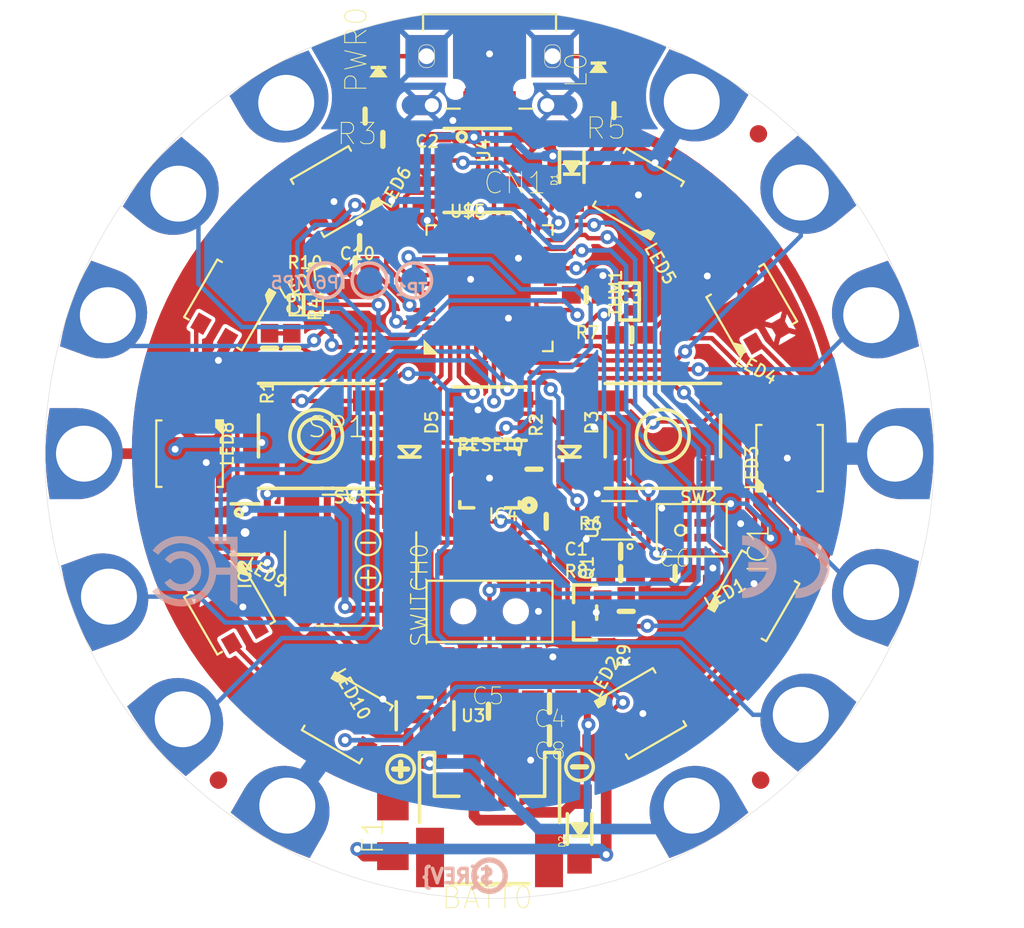
<source format=kicad_pcb>
(kicad_pcb (version 20221018) (generator pcbnew)
  (layers (0 "F.Cu" signal) (1 "In1.Cu" signal) (2 "In2.Cu" signal) (3 "In3.Cu" signal) (4 "In4.Cu" signal) (5 "In5.Cu" signal) (6 "In6.Cu" signal) (7 "In7.Cu" signal) (8 "In8.Cu" signal) (9 "In9.Cu" signal) (10 "In10.Cu" signal) (11 "In11.Cu" signal) (12 "In12.Cu" signal) (13 "In13.Cu" signal) (14 "In14.Cu" signal) (31 "B.Cu" signal) (34 "B.Paste" user) (35 "F.Paste" user) (36 "B.SilkS" user "B.Silkscreen") (37 "F.SilkS" user "F.Silkscreen") (38 "B.Mask" user) (39 "F.Mask" user) (44 "Edge.Cuts" user))
  (net 0 "")
  (net 1 "GND")
  (net 2 "+5V")
  (net 3 "N$1")
  (net 4 "D+")
  (net 5 "VCC")
  (net 6 "N$7")
  (net 7 "D34_FLASH_MOSI")
  (net 8 "D13_LED")
  (net 9 "N$14")
  (net 10 "N$16")
  (net 11 "N$17")
  (net 12 "N$18")
  (net 13 "N$19")
  (net 14 "N$20")
  (net 15 "3.3V")
  (net 16 "N$11")
  (net 17 "N$12")
  (net 18 "D4_LEFTBUTTON")
  (net 19 "N$10")
  (net 20 "N$13")
  (net 21 "D12_A0_SPEAKER")
  (net 22 "D-")
  (net 23 "D6_A1")
  (net 24 "D3_A4_SCL")
  (net 25 "D2_A5_SDA")
  (net 26 "D33_FLASH_SCK")
  (net 27 "~{RESET}")
  (net 28 "SWCLK/SPK_SD")
  (net 29 "SWDIO")
  (net 30 "1.2V")
  (net 31 "D8_NEOPIX")
  (net 32 "D32_FLASH_MISO")
  (net 33 "A9_TEMP_SENSE")
  (net 34 "D35_FLASH_CS")
  (net 35 "N$3")
  (net 36 "LIS_SCL")
  (net 37 "LIS_SDA")
  (net 38 "D29_REMOTEOUT")
  (net 39 "D1_A7_TX")
  (net 40 "D0_A6_RX")
  (net 41 "A8_LIGHT")
  (net 42 "D7_SLIDESWITCH")
  (net 43 "D5_RIGHTBUTTON")
  (net 44 "D36_LISIRQ")
  (net 45 "I2S_SCK")
  (net 46 "I2S_DO")
  (net 47 "N$2")
  (net 48 "REMOTEIN")
  (net 49 "IR_ANALOGIN")
  (net 50 "N$6")
  (net 51 "N$8")
  (net 52 "N$9")
  (net 53 "N$15")
  (net 54 "N$5")
  (net 55 "N$21")
  (net 56 "D9_A2")
  (net 57 "D10_A3")
  (footprint "working:LED3535" (layer "F.Cu") (at 165.6461 105.12008 90)
    (fp_text reference "LED3")
    (fp_text value "WS2812B3535")
  )
  (footprint "working:SEWALLI" (layer "F.Cu") (at 165.9001 119.47108 -130)
    (fp_text reference "IO12" hide)
    (fp_text value "SEWTAP-ALLIGATOR" hide)
  )
  (footprint "working:0603-NO" (layer "F.Cu") (at 155.9941 111.72408 180)
    (fp_text reference "R8")
    (fp_text value "100")
  )
  (footprint "working:_0402" (layer "F.Cu") (at 156.5021 96.16658 90)
    (fp_text reference "THM1")
    (fp_text value "THERM")
  )
  (footprint "working:SEWALLI" (layer "F.Cu") (at 127.2286 112.86708 110)
    (fp_text reference "RX0" hide)
    (fp_text value "SEWTAP-ALLIGATOR" hide)
  )
  (footprint "working:VSOP383" (layer "F.Cu") (at 155.9306 108.67608 90)
    (fp_text reference "U1")
    (fp_text value "VSOP383")
  )
  (footprint "working:R1206" (layer "F.Cu") (at 142.9766 126.45608 90)
    (fp_text reference "F1")
    (fp_text value "6V+ 500mA")
  )
  (footprint "working:0603-NO" (layer "F.Cu") (at 154.0256 95.78558)
    (fp_text reference "C3")
    (fp_text value "1uF")
  )
  (footprint "working:SEWALLI" (layer "F.Cu") (at 137.1346 85.24458 30)
    (fp_text reference "GND3TAP0" hide)
    (fp_text value "SEWTAP-ALLIGATOR" hide)
  )
  (footprint "working:0603-NO" (layer "F.Cu") (at 156.6291 98.07158 180)
    (fp_text reference "R7")
    (fp_text value "10K")
  )
  (footprint "working:SEWALLI" (layer "F.Cu") (at 127.1651 97.11908 70)
    (fp_text reference "SDA0" hide)
    (fp_text value "SEWTAP-ALLIGATOR" hide)
  )
  (footprint "working:0603-NO" (layer "F.Cu") (at 159.1056 111.72408)
    (fp_text reference "C6")
    (fp_text value "1uF")
  )
  (footprint "working:LED3535" (layer "F.Cu") (at 140.3731 119.97908 -30)
    (fp_text reference "LED10")
    (fp_text value "WS2812B3535")
  )
  (footprint "working:0603-NO" (layer "F.Cu") (at 141.3891 85.56208 180)
    (fp_text reference "R3")
    (fp_text value "1K")
  )
  (footprint "working:SYMBOL_PLUS" (layer "F.Cu") (at 143.4211 122.90008)
    (fp_text reference "U$35" hide)
    (fp_text value "" hide)
  )
  (footprint "working:SEWALLI" (layer "F.Cu") (at 171.1706 104.86608 -90)
    (fp_text reference "GNDTAP0" hide)
    (fp_text value "SEWTAP-ALLIGATOR" hide)
  )
  (footprint "working:SOD-123" (layer "F.Cu") (at 153.2001 88.48308 90)
    (fp_text reference "D1")
    (fp_text value "MBR120")
  )
  (footprint "working:0805-NO" (layer "F.Cu") (at 151.9301 119.15358 180)
    (fp_text reference "C4")
    (fp_text value "10uF")
  )
  (footprint "working:SEWALLI" (layer "F.Cu") (at 169.8371 97.11908 -70)
    (fp_text reference "IO9" hide)
    (fp_text value "SEWTAP-ALLIGATOR" hide)
  )
  (footprint "working:0603-NO" (layer "F.Cu") (at 142.4051 86.89558)
    (fp_text reference "C2")
    (fp_text value "1uF")
  )
  (footprint "working:LED3535" (layer "F.Cu") (at 157.0101 90.00708 150)
    (fp_text reference "LED5")
    (fp_text value "WS2812B3535")
  )
  (footprint "working:SYMBOL_MINUS" (layer "F.Cu") (at 153.6446 122.77308)
    (fp_text reference "U$1" hide)
    (fp_text value "" hide)
  )
  (footprint "working:BUZZER_SMT_7.5MM" (layer "F.Cu") (at 140.5636 110.96208)
    (fp_text reference "SP1")
    (fp_text value "7.5mm SPK")
  )
  (footprint "working:EVQ-Q2_SMALLER" (layer "F.Cu") (at 138.5951 103.85008 180)
    (fp_text reference "SW1")
    (fp_text value "EVQQ")
  )
  (footprint "working:ALS-PT19-315C" (layer "F.Cu") (at 138.0236 96.35708)
    (fp_text reference "U2" hide)
    (fp_text value "ALS-PT19-315C" hide)
  )
  (footprint "working:0603-NO" (layer "F.Cu") (at 151.0411 105.75508 90)
    (fp_text reference "R2")
    (fp_text value "10k")
  )
  (footprint "working:FIDUCIAL_1MM" (layer "F.Cu") (at 163.9951 123.53508)
    (fp_text reference "U$6" hide)
    (fp_text value "FIDUCIAL_1MM" hide)
  )
  (footprint "working:SEWALLI" (layer "F.Cu") (at 131.3561 119.72508 130)
    (fp_text reference "TX0" hide)
    (fp_text value "SEWTAP-ALLIGATOR" hide)
  )
  (footprint "working:TQFN48_7MM" (layer "F.Cu") (at 148.5011 95.40458)
    (fp_text reference "U$5")
    (fp_text value "ATSAMD21G18MU")
  )
  (footprint "working:LED3535" (layer "F.Cu") (at 157.1371 119.72508 30)
    (fp_text reference "LED2")
    (fp_text value "WS2812B3535")
  )
  (footprint "working:SEWALLI" (layer "F.Cu") (at 125.8316 104.86608 90)
    (fp_text reference "UNK3.3VTAP0" hide)
    (fp_text value "SEWTAP-ALLIGATOR" hide)
  )
  (footprint "working:SOT23-5" (layer "F.Cu") (at 144.8181 119.85208)
    (fp_text reference "U3")
    (fp_text value "AP2112K-3.3")
  )
  (footprint "working:0603-NO" (layer "F.Cu") (at 138.6586 94.07108 -90)
    (fp_text reference "R4")
    (fp_text value "10K")
  )
  (footprint "working:4UCONN_20329_V2" (layer "F.Cu") (at 148.5011 84.03808 180)
    (fp_text reference "CN1")
    (fp_text value "MicroB USB")
    (fp_line (start -4.05 2.15) (end -4.05 1.6) (stroke (width 0.05)) (layer "Edge.Cuts"))
    (fp_line (start -3.7 1.25) (end -3.5 1.25) (stroke (width 0.05)) (layer "Edge.Cuts"))
    (fp_line (start -3.5 2.55) (end -3.7 2.55) (stroke (width 0.05)) (layer "Edge.Cuts"))
    (fp_line (start -3.15 1.6) (end -3.15 2.15) (stroke (width 0.05)) (layer "Edge.Cuts"))
    (fp_line (start 3.15 2.2) (end 3.15 1.6) (stroke (width 0.05)) (layer "Edge.Cuts"))
    (fp_line (start 4.05 1.6) (end 4.05 2.2) (stroke (width 0.05)) (layer "Edge.Cuts"))
    (fp_arc (start -4.05 1.6) (mid -3.947487 1.352513) (end -3.7 1.25) (stroke (width 0.05)) (layer "Edge.Cuts"))
    (fp_arc (start -3.7 2.55) (mid -3.957843 2.422487) (end -4.05 2.15) (stroke (width 0.05)) (layer "Edge.Cuts"))
    (fp_arc (start -3.5 1.25) (mid -3.252513 1.352513) (end -3.15 1.6) (stroke (width 0.05)) (layer "Edge.Cuts"))
    (fp_arc (start -3.15 2.15) (mid -3.242157 2.422487) (end -3.5 2.55) (stroke (width 0.05)) (layer "Edge.Cuts"))
    (fp_arc (start 3.15 1.6) (mid 3.302513 1.331802) (end 3.6 1.25) (stroke (width 0.05)) (layer "Edge.Cuts"))
    (fp_arc (start 3.6 1.25) (mid 3.897487 1.331802) (end 4.05 1.6) (stroke (width 0.05)) (layer "Edge.Cuts"))
    (fp_arc (start 3.6 2.55) (mid 3.302513 2.468198) (end 3.15 2.2) (stroke (width 0.05)) (layer "Edge.Cuts"))
    (fp_arc (start 4.05 2.2) (mid 3.897487 2.468198) (end 3.6 2.55) (stroke (width 0.05)) (layer "Edge.Cuts"))
  )
  (footprint "working:SPK0415HM4H" (layer "F.Cu") (at 160.0581 109.24758 90)
    (fp_text reference "IC1")
    (fp_text value "MIC_PDM")
  )
  (footprint "working:EG1390" (layer "F.Cu") (at 148.5011 113.88308)
    (fp_text reference "SWITCH0")
    (fp_text value "EG1390")
  )
  (footprint "working:SEWALLI" (layer "F.Cu") (at 159.8041 85.18108 -30)
    (fp_text reference "UNK3V3TAP2" hide)
    (fp_text value "SEWTAP-ALLIGATOR" hide)
  )
  (footprint "working:0805-NO" (layer "F.Cu") (at 151.9301 120.99508 180)
    (fp_text reference "C8")
    (fp_text value "10uF")
  )
  (footprint "working:FIDUCIAL_1MM" (layer "F.Cu") (at 133.0071 123.53508)
    (fp_text reference "U$3" hide)
    (fp_text value "FIDUCIAL_1MM" hide)
  )
  (footprint "working:CPLAY_EXPRESS_FRONT_REVG" (layer "F.Cu") (at 123.1011 130.26608)
    (fp_text reference "U$16" hide)
    (fp_text value "" hide)
  )
  (footprint "working:SOT23-6" (layer "F.Cu") (at 134.5311 109.18408 -90)
    (fp_text reference "IC2")
    (fp_text value "PAM8301")
  )
  (footprint "working:LED3535" (layer "F.Cu") (at 133.6421 113.75608 -60)
    (fp_text reference "LED9")
    (fp_text value "WS2812B3535")
  )
  (footprint "working:CHIPLED_0805_NOOUTLINE" (layer "F.Cu") (at 154.7241 82.76808)
    (fp_text reference "L0")
    (fp_text value "RED")
  )
  (footprint "working:SEWALLI" (layer "F.Cu") (at 165.9001 90.26108 -50)
    (fp_text reference "IO10" hide)
    (fp_text value "SEWTAP-ALLIGATOR" hide)
  )
  (footprint "working:EVQ-Q2_SMALLER" (layer "F.Cu") (at 158.4071 103.85008 180)
    (fp_text reference "SW2")
    (fp_text value "EVQQ")
  )
  (footprint "working:CHIPLED_1206_NOOUTLINE" (layer "F.Cu") (at 143.9291 104.61208 180)
    (fp_text reference "D5")
    (fp_text value "IR TX")
  )
  (footprint "working:FIDUCIAL_1MM" (layer "F.Cu") (at 163.8681 86.57808)
    (fp_text reference "U$2" hide)
    (fp_text value "FIDUCIAL_1MM" hide)
  )
  (footprint "working:LED3535" (layer "F.Cu") (at 163.4871 96.61108 120)
    (fp_text reference "LED4")
    (fp_text value "WS2812B3535")
  )
  (footprint "working:0603-NO" (layer "F.Cu") (at 156.3116 113.88308 -90)
    (fp_text reference "R9")
    (fp_text value "100")
  )
  (footprint "working:LGA16_3X3MM" (layer "F.Cu") (at 148.5011 106.26308 180)
    (fp_text reference "IC4")
    (fp_text value "LIS3DH")
  )
  (footprint "working:SEWALLI" (layer "F.Cu") (at 137.1981 124.55108 150)
    (fp_text reference "GNDTAP2" hide)
    (fp_text value "SEWTAP-ALLIGATOR" hide)
  )
  (footprint "working:LED3535" (layer "F.Cu") (at 131.3561 104.86608 -90)
    (fp_text reference "LED8")
    (fp_text value "WS2812B3535")
  )
  (footprint "working:LED3535" (layer "F.Cu") (at 133.6421 96.35708 -120)
    (fp_text reference "LED7")
    (fp_text value "WS2812B3535")
  )
  (footprint "working:SOIC8_150MIL" (layer "F.Cu") (at 147.8026 88.67358 -90)
    (fp_text reference "U4")
    (fp_text value "SPI FLASH")
  )
  (footprint "working:0603-NO" (layer "F.Cu") (at 155.6131 85.24458 180)
    (fp_text reference "R5")
    (fp_text value "1K")
  )
  (footprint "working:JSTPH2" (layer "F.Cu") (at 148.5011 126.45608 180)
    (fp_text reference "BATT0")
    (fp_text value "3-6VDC")
  )
  (footprint "working:BTN_KMR2_4.6X2.8" (layer "F.Cu") (at 148.5011 102.58008 180)
    (fp_text reference "RESET0")
    (fp_text value "KMR2")
  )
  (footprint "working:0603-NO" (layer "F.Cu") (at 140.8176 94.07108 180)
    (fp_text reference "R10")
    (fp_text value "10K")
  )
  (footprint "working:0603-NO" (layer "F.Cu") (at 141.076116 92.796568 180)
    (fp_text reference "C10")
    (fp_text value "1uF")
  )
  (footprint "working:CHIPLED_0805_NOOUTLINE" (layer "F.Cu") (at 142.1511 83.02208)
    (fp_text reference "PWR0")
    (fp_text value "GREEN")
  )
  (footprint "working:CHIPLED_1206_NOOUTLINE" (layer "F.Cu") (at 153.0731 104.61208 180)
    (fp_text reference "D3")
    (fp_text value "PIN IR")
  )
  (footprint "working:SOT23-R" (layer "F.Cu") (at 153.9621 113.94658 90)
    (fp_text reference "Q1")
    (fp_text value "mmbt2222")
  )
  (footprint "working:SEWALLI" (layer "F.Cu") (at 169.8371 112.61308 -110)
    (fp_text reference "D6" hide)
    (fp_text value "SEWTAP-ALLIGATOR" hide)
  )
  (footprint "working:0603-NO" (layer "F.Cu") (at 148.4376 119.59808)
    (fp_text reference "C5")
    (fp_text value "1uF")
  )
  (footprint "working:LED3535" (layer "F.Cu") (at 139.7381 89.88008 -150)
    (fp_text reference "LED6")
    (fp_text value "WS2812B3535")
  )
  (footprint "working:SEWALLI" (layer "F.Cu") (at 131.1021 90.32458 50)
    (fp_text reference "SCL0" hide)
    (fp_text value "SEWTAP-ALLIGATOR" hide)
  )
  (footprint "working:SOD-123" (layer "F.Cu") (at 153.6446 126.32908 90)
    (fp_text reference "D2")
    (fp_text value "MBR120")
  )
  (footprint "working:0603-NO" (layer "F.Cu") (at 137.1981 98.83358 90)
    (fp_text reference "C9")
    (fp_text value "0.1uF")
  )
  (footprint "working:SEWALLI" (layer "F.Cu") (at 159.8041 124.55108 -150)
    (fp_text reference "VCC2" hide)
    (fp_text value "SEWTAP-ALLIGATOR" hide)
  )
  (footprint "working:0603-NO" (layer "F.Cu") (at 135.9281 98.83358 -90)
    (fp_text reference "R1")
    (fp_text value "47K")
  )
  (footprint "working:0603-NO" (layer "F.Cu") (at 151.7396 108.73958)
    (fp_text reference "R6")
    (fp_text value "10k")
  )
  (footprint "working:LED3535" (layer "F.Cu") (at 163.6141 112.99408 60)
    (fp_text reference "LED1")
    (fp_text value "WS2812B3535")
  )
  (footprint "working:0603-NO" (layer "F.Cu") (at 155.9941 110.45408 180)
    (fp_text reference "C1")
    (fp_text value "1uF")
  )
  (footprint "working:PCBFEAT-REV-040" (layer "B.Cu") (at 148.5011 128.99608 180)
    (fp_text reference "U$7" hide)
    (fp_text value "" hide)
  )
  (footprint "working:CPLAY_EXPRESS_BACK_REVD" (layer "B.Cu") (at 173.9011 130.26608 180)
    (fp_text reference "U$46" hide)
    (fp_text value "" hide)
  )
  (footprint "working:TESTPOINT_ROUND_1.5MM" (layer "B.Cu") (at 141.6431 94.96008 180)
    (fp_text reference "TP6")
    (fp_text value "")
  )
  (footprint "working:TESTPOINT_ROUND_1.5MM" (layer "B.Cu") (at 139.1031 94.96008 180)
    (fp_text reference "TP5")
    (fp_text value "")
  )
  (footprint "working:FLORAMED" (layer "B.Cu") (at 160.1851 102.96108 180)
    (fp_text reference "U$4" hide)
    (fp_text value "" hide)
  )
  (footprint "working:SYMBOL_FCC_5MM" (layer "B.Cu") (at 134.1501 113.62908 180)
    (fp_text reference "U$33" hide)
    (fp_text value "" hide)
  )
  (footprint "working:TESTPOINT_ROUND_1.5MM" (layer "B.Cu") (at 144.1831 94.96008 180)
    (fp_text reference "TP1")
    (fp_text value "")
  )
  (footprint "working:SYMBOL_CE_5MM" (layer "B.Cu") (at 167.9321 113.12108 180)
    (fp_text reference "U$34" hide)
    (fp_text value "" hide)
  )
  (gr_line (start 145.0086 79.72008) (end 151.9936 79.72008) (stroke (width 0.05)) (layer "Edge.Cuts"))
  (gr_arc (start 151.9936 79.72008) (mid 148.5011 130.299419) (end 145.0086 79.72008) (stroke (width 0.0254)) (layer "Edge.Cuts"))
  (segment (start 154.9781 94.68068) (end 154.9781 95.68308) (width 0.254) (layer "F.Cu") (net 1))
  (segment (start 154.3041 82.13808) (end 152.1011 82.13808) (width 0.254) (layer "F.Cu") (net 1))
  (segment (start 148.5011 106.76308) (end 148.5011 106.26308) (width 0.254) (layer "F.Cu") (net 1))
  (segment (start 160.2731 111.40658) (end 161.2646 111.40658) (width 0.254) (layer "F.Cu") (net 1))
  (segment (start 149.2876 119.59808) (end 149.5171 119.82758) (width 0.4064) (layer "F.Cu") (net 1))
  (segment (start 146.5961 93.94408) (end 146.8501 93.94408) (width 0.254) (layer "F.Cu") (net 1))
  (segment (start 159.9556 110.60008) (end 159.9556 111.72408) (width 0.254) (layer "F.Cu") (net 1))
  (segment (start 146.8756 101.78008) (end 147.2946 102.19908) (width 0.254) (layer "F.Cu") (net 1))
  (segment (start 154.9556 110.26558) (end 155.1441 110.45408) (width 0.254) (layer "F.Cu") (net 1))
  (segment (start 151.0011 116.68308) (end 151.1976 116.48658) (width 0.254) (layer "F.Cu") (net 1))
  (segment (start 145.0261 95.15458) (end 147.6796 95.15458) (width 0.254) (layer "F.Cu") (net 1))
  (segment (start 149.5171 119.82758) (end 149.5171 120.99508) (width 0.4064) (layer "F.Cu") (net 1))
  (segment (start 135.274875 114.499855) (end 134.4041 113.62908) (width 0.6096) (layer "F.Cu") (net 1))
  (segment (start 154.3551 109.42608) (end 154.0256 109.75558) (width 0.254) (layer "F.Cu") (net 1))
  (segment (start 148.7511 96.28958) (end 148.6956 96.34508) (width 0.254) (layer "F.Cu") (net 1))
  (segment (start 159.4331 107.99758) (end 159.4331 108.82258) (width 0.254) (layer "F.Cu") (net 1))
  (segment (start 147.7511 98.87958) (end 147.7511 97.11908) (width 0.254) (layer "F.Cu") (net 1))
  (segment (start 138.740325 91.512855) (end 139.6111 90.64208) (width 0.4064) (layer "F.Cu") (net 1))
  (segment (start 136.8171 124.86402) (end 136.9441 124.99102) (width 1.27) (layer "F.Cu") (net 1))
  (segment (start 132.2311 106.61608) (end 132.2311 106.70708) (width 0.4064) (layer "F.Cu") (net 1))
  (segment (start 133.524875 98.310127) (end 133.524875 98.525855) (width 0.254) (layer "F.Cu") (net 1))
  (segment (start 138.660057 91.512855) (end 138.740325 91.512855) (width 0.6096) (layer "F.Cu") (net 1))
  (segment (start 153.0731 103.11608) (end 153.2991 103.34208) (width 0.254) (layer "F.Cu") (net 1))
  (segment (start 146.2511 91.92958) (end 146.2511 93.59908) (width 0.254) (layer "F.Cu") (net 1))
  (segment (start 151.0011 110.76558) (end 151.0011 111.08308) (width 0.254) (layer "F.Cu") (net 1))
  (segment (start 146.0881 86.07008) (end 143.5481 86.07008) (width 0.254) (layer "F.Cu") (net 1))
  (segment (start 139.6111 90.64208) (end 139.6111 90.45158) (width 0.4064) (layer "F.Cu") (net 1))
  (segment (start 140.226116 92.796568) (end 140.226116 92.503565) (width 0.254) (layer "F.Cu") (net 1))
  (segment (start 157.2641 119.043348) (end 157.2641 119.72508) (width 0.6096) (layer "F.Cu") (net 1))
  (segment (start 150.9801 119.15358) (end 150.9801 120.99508) (width 0.4064) (layer "F.Cu") (net 1))
  (segment (start 161.854325 95.533037) (end 161.027368 94.70608) (width 0.6096) (layer "F.Cu") (net 1))
  (segment (start 158.215143 118.092305) (end 157.2641 119.043348) (width 0.6096) (layer "F.Cu") (net 1))
  (segment (start 143.4846 87.12508) (end 143.2551 86.89558) (width 0.254) (layer "F.Cu") (net 1))
  (segment (start 149.5011 105.26308) (end 149.0011 105.76308) (width 0.254) (layer "F.Cu") (net 1))
  (segment (start 163.731325 111.041033) (end 163.6141 111.041033) (width 0.6096) (layer "F.Cu") (net 1))
  (segment (start 150.8506 122.39208) (end 150.9801 122.26258) (width 0.6096) (layer "F.Cu") (net 1))
  (segment (start 149.5011 122.75608) (end 149.5181 122.77308) (width 0.254) (layer "F.Cu") (net 1))
  (segment (start 160.8836 94.76958) (end 160.9471 94.70608) (width 0.254) (layer "F.Cu") (net 1))
  (segment (start 158.3081 108.01308) (end 158.3436 107.97758) (width 0.254) (layer "F.Cu") (net 1))
  (segment (start 161.8081 109.24758) (end 162.4711 109.24758) (width 0.254) (layer "F.Cu") (net 1))
  (segment (start 154.7241 81.71808) (end 154.3041 82.13808) (width 0.254) (layer "F.Cu") (net 1))
  (segment (start 148.6956 96.34508) (end 147.7511 96.34508) (width 0.254) (layer "F.Cu") (net 1))
  (segment (start 157.5816 98.07158) (end 160.9471 94.70608) (width 0.254) (layer "F.Cu") (net 1))
  (segment (start 154.9556 109.42608) (end 154.3551 109.42608) (width 0.254) (layer "F.Cu") (net 1))
  (segment (start 150.9211 101.94508) (end 151.1681 101.94508) (width 0.254) (layer "F.Cu") (net 1))
  (segment (start 132.2311 105.37408) (end 132.3086 105.37408) (width 0.6096) (layer "F.Cu") (net 1))
  (segment (start 135.274875 114.834123) (end 135.274875 114.499855) (width 0.6096) (layer "F.Cu") (net 1))
  (segment (start 160.7566 94.76958) (end 160.8836 94.76958) (width 0.254) (layer "F.Cu") (net 1))
  (segment (start 154.4741 108.42608) (end 154.2796 108.23158) (width 0.254) (layer "F.Cu") (net 1))
  (segment (start 146.2511 91.31308) (end 145.5166 90.57858) (width 0.254) (layer "F.Cu") (net 1))
  (segment (start 132.2311 106.61608) (end 132.2311 105.37408) (width 0.6096) (layer "F.Cu") (net 1))
  (segment (start 149.5181 122.77308) (end 149.7711 122.77308) (width 0.254) (layer "F.Cu") (net 1))
  (segment (start 147.7511 97.11908) (end 149.5806 97.11908) (width 0.254) (layer "F.Cu") (net 1))
  (segment (start 161.027368 94.70608) (end 160.9471 94.70608) (width 0.6096) (layer "F.Cu") (net 1))
  (segment (start 143.5481 86.07008) (end 143.2551 86.36308) (width 0.254) (layer "F.Cu") (net 1))
  (segment (start 148.4931 105.76308) (end 147.1511 105.76308) (width 0.254) (layer "F.Cu") (net 1))
  (segment (start 142.326147 120.096305) (end 142.443372 119.97908) (width 0.6096) (layer "F.Cu") (net 1))
  (segment (start 146.2511 93.59908) (end 146.5961 93.94408) (width 0.254) (layer "F.Cu") (net 1))
  (segment (start 148.2511 95.15458) (end 147.6796 95.15458) (width 0.254) (layer "F.Cu") (net 1))
  (segment (start 158.3081 109.24758) (end 158.3081 108.01308) (width 0.254) (layer "F.Cu") (net 1))
  (segment (start 152.3391 103.11608) (end 153.0731 103.11608) (width 0.254) (layer "F.Cu") (net 1))
  (segment (start 147.7511 82.03808) (end 149.2511 82.03808) (width 0.254) (layer "F.Cu") (net 1))
  (segment (start 146.3421 85.81608) (end 146.0881 86.07008) (width 0.254) (layer "F.Cu") (net 1))
  (segment (start 142.335922 119.53458) (end 142.4051 118.89958) (width 0.6096) (layer "F.Cu") (net 1))
  (segment (start 133.524875 98.525855) (end 133.0071 99.53208) (width 0.6096) (layer "F.Cu") (net 1))
  (segment (start 149.5171 120.99508) (end 150.9801 120.99508) (width 0.4064) (layer "F.Cu") (net 1))
  (segment (start 133.524875 98.310127) (end 133.5151 98.319902) (width 0.254) (layer "F.Cu") (net 1))
  (segment (start 147.6796 95.15458) (end 147.4216 94.89658) (width 0.254) (layer "F.Cu") (net 1))
  (segment (start 151.0011 113.88308) (end 151.2951 113.88308) (width 0.4064) (layer "F.Cu") (net 1))
  (segment (start 158.3081 109.24758) (end 158.3081 108.82258) (width 0.254) (layer "F.Cu") (net 1))
  (segment (start 146.4056 85.81608) (end 146.3421 85.81608) (width 0.254) (layer "F.Cu") (net 1))
  (segment (start 142.326147 120.096305) (end 142.335922 119.53458) (width 0.6096) (layer "F.Cu") (net 1))
  (segment (start 149.8511 105.26308) (end 149.5011 105.26308) (width 0.254) (layer "F.Cu") (net 1))
  (segment (start 147.7511 83.51808) (end 147.2011 84.06808) (width 0.254) (layer "F.Cu") (net 1))
  (segment (start 148.7511 95.65458) (end 148.7511 96.28958) (width 0.254) (layer "F.Cu") (net 1))
  (segment (start 154.9621 112.99658) (end 154.9621 113.58158) (width 0.254) (layer "F.Cu") (net 1))
  (segment (start 149.2191 82.00608) (end 148.5011 82.00608) (width 0.254) (layer "F.Cu") (net 1))
  (segment (start 149.0011 105.76308) (end 148.4931 105.76308) (width 0.254) (layer "F.Cu") (net 1))
  (segment (start 147.7511 98.87958) (end 147.7511 96.34508) (width 0.254) (layer "F.Cu") (net 1))
  (segment (start 154.9781 95.68308) (end 154.8756 95.78558) (width 0.254) (layer "F.Cu") (net 1))
  (segment (start 147.1511 106.76308) (end 148.5011 106.76308) (width 0.254) (layer "F.Cu") (net 1))
  (segment (start 149.2511 82.03808) (end 149.2191 82.00608) (width 0.254) (layer "F.Cu") (net 1))
  (segment (start 146.2511 91.92958) (end 146.2511 91.31308) (width 0.254) (layer "F.Cu") (net 1))
  (segment (start 139.083113 92.796568) (end 140.226116 92.796568) (width 0.254) (layer "F.Cu") (net 1))
  (segment (start 144.8181 119.97908) (end 144.8181 121.15218) (width 0.6096) (layer "F.Cu") (net 1))
  (segment (start 149.5171 120.99508) (end 149.5171 121.88408) (width 0.4064) (layer "F.Cu") (net 1))
  (segment (start 156.829375 89.889855) (end 157.0101 90.07058) (width 0.254) (layer "F.Cu") (net 1))
  (segment (start 150.8186 102.04758) (end 150.9211 101.94508) (width 0.254) (layer "F.Cu") (net 1))
  (segment (start 142.3171 82.13808) (end 144.9011 82.13808) (width 0.254) (layer "F.Cu") (net 1))
  (segment (start 148.5011 106.26308) (end 148.5011 105.75508) (width 0.254) (layer "F.Cu") (net 1))
  (segment (start 142.443372 119.97908) (end 144.8181 119.97908) (width 0.6096) (layer "F.Cu") (net 1))
  (segment (start 146.8756 101.78008) (end 146.4511 101.78008) (width 0.254) (layer "F.Cu") (net 1))
  (segment (start 159.9556 111.72408) (end 160.2731 111.40658) (width 0.254) (layer "F.Cu") (net 1))
  (segment (start 154.9621 113.58158) (end 154.5971 113.94658) (width 0.254) (layer "F.Cu") (net 1))
  (segment (start 148.7511 96.28958) (end 149.5806 97.11908) (width 0.254) (layer "F.Cu") (net 1))
  (segment (start 136.8171 124.42408) (end 136.8171 124.86402) (width 0.254) (layer "F.Cu") (net 1))
  (segment (start 154.2796 107.53308) (end 154.6606 107.15208) (width 0.254) (layer "F.Cu") (net 1))
  (segment (start 160.0581 107.99758) (end 159.4331 107.99758) (width 0.254) (layer "F.Cu") (net 1))
  (segment (start 148.5011 105.75508) (end 148.4931 105.76308) (width 0.254) (layer "F.Cu") (net 1))
  (segment (start 147.4216 94.51558) (end 147.4216 94.89658) (width 0.254) (layer "F.Cu") (net 1))
  (segment (start 151.1681 101.94508) (end 152.3391 103.11608) (width 0.254) (layer "F.Cu") (net 1))
  (segment (start 138.6586 93.22108) (end 139.083113 92.796568) (width 0.254) (layer "F.Cu") (net 1))
  (segment (start 133.2311 109.18408) (end 134.3406 109.18408) (width 0.4064) (layer "F.Cu") (net 1))
  (segment (start 150.9801 122.26258) (end 150.9801 120.99508) (width 0.6096) (layer "F.Cu") (net 1))
  (segment (start 154.2796 108.23158) (end 154.2796 107.53308) (width 0.254) (layer "F.Cu") (net 1))
  (segment (start 149.5011 121.90008) (end 149.5011 122.75608) (width 0.4064) (layer "F.Cu") (net 1))
  (segment (start 160.0581 110.49758) (end 159.9556 110.60008) (width 0.254) (layer "F.Cu") (net 1))
  (segment (start 158.3081 108.82258) (end 159.4331 108.82258) (width 0.254) (layer "F.Cu") (net 1))
  (segment (start 157.4791 98.07158) (end 157.5816 98.07158) (width 0.254) (layer "F.Cu") (net 1))
  (segment (start 164.7711 104.37208) (end 165.5191 105.12008) (width 0.6096) (layer "F.Cu") (net 1))
  (segment (start 155.0191 110.32908) (end 155.1441 110.45408) (width 0.254) (layer "F.Cu") (net 1))
  (segment (start 151.1976 116.48658) (end 152.1206 116.48658) (width 0.254) (layer "F.Cu") (net 1))
  (segment (start 148.7511 95.65458) (end 151.9761 95.65458) (width 0.254) (layer "F.Cu") (net 1))
  (segment (start 140.226116 92.503565) (end 141.0716 91.65808) (width 0.254) (layer "F.Cu") (net 1))
  (segment (start 148.2511 95.15458) (end 148.5011 95.40458) (width 0.254) (layer "F.Cu") (net 1))
  (segment (start 147.7511 83.51808) (end 147.7511 82.03808) (width 0.254) (layer "F.Cu") (net 1))
  (segment (start 162.4711 109.24758) (end 162.8521 108.86658) (width 0.254) (layer "F.Cu") (net 1))
  (segment (start 164.7711 103.37008) (end 164.7711 104.37208) (width 0.6096) (layer "F.Cu") (net 1))
  (segment (start 155.057053 89.889855) (end 156.829375 89.889855) (width 0.254) (layer "F.Cu") (net 1))
  (segment (start 143.2551 86.36308) (end 143.2551 86.89558) (width 0.254) (layer "F.Cu") (net 1))
  (segment (start 153.2991 103.34208) (end 154.4701 103.34208) (width 0.254) (layer "F.Cu") (net 1))
  (segment (start 149.7541 122.75608) (end 149.7711 122.77308) (width 0.4064) (layer "F.Cu") (net 1))
  (segment (start 145.5166 90.57858) (end 145.2026 90.57858) (width 0.254) (layer "F.Cu") (net 1))
  (segment (start 155.0171 110.32708) (end 155.1441 110.45408) (width 0.254) (layer "F.Cu") (net 1))
  (segment (start 149.5171 121.88408) (end 149.5011 121.90008) (width 0.4064) (layer "F.Cu") (net 1))
  (segment (start 134.3406 109.18408) (end 134.5311 109.37458) (width 0.4064) (layer "F.Cu") (net 1))
  (segment (start 142.17334 82.05508) (end 142.2341 82.11584) (width 0.254) (layer "F.Cu") (net 1))
  (segment (start 151.0011 116.68308) (end 151.0011 113.88308) (width 0.4064) (layer "F.Cu") (net 1))
  (segment (start 147.2946 102.19908) (end 147.6756 102.19908) (width 0.254) (layer "F.Cu") (net 1))
  (segment (start 150.5511 101.78008) (end 150.8186 102.04758) (width 0.254) (layer "F.Cu") (net 1))
  (segment (start 147.2011 84.06808) (end 147.2011 84.81308) (width 0.254) (layer "F.Cu") (net 1))
  (segment (start 132.2671 106.61608) (end 132.2311 106.61608) (width 0.4064) (layer "F.Cu") (net 1))
  (segment (start 154.9556 108.42608) (end 154.4741 108.42608) (width 0.254) (layer "F.Cu") (net 1))
  (segment (start 142.2341 82.11584) (end 142.3171 82.13808) (width 0.254) (layer "F.Cu") (net 1))
  (segment (start 154.9556 109.42608) (end 154.9556 110.26558) (width 0.254) (layer "F.Cu") (net 1))
  (segment (start 146.8501 93.94408) (end 147.4216 94.51558) (width 0.254) (layer "F.Cu") (net 1))
  (segment (start 142.1511 81.97208) (end 142.17334 82.05508) (width 0.254) (layer "F.Cu") (net 1))
  (segment (start 163.6141 111.041033) (end 163.6141 112.29558) (width 0.6096) (layer "F.Cu") (net 1))
  (segment (start 151.0011 111.08308) (end 151.0011 113.88308) (width 0.4064) (layer "F.Cu") (net 1))
  (segment (start 148.5011 95.40458) (end 148.7511 95.65458) (width 0.254) (layer "F.Cu") (net 1))
  (segment (start 142.1511 81.97208) (end 142.1511 81.97208) (width 0.254) (layer "F.Cu") (net 1))
  (segment (start 143.4846 86.64158) (end 143.4846 87.12508) (width 0.254) (layer "F.Cu") (net 1))
  (segment (start 147.6756 102.19908) (end 147.8407 102.36418) (width 0.254) (layer "F.Cu") (net 1))
  (via (at 157.0101 90.07058) (size 0.8001) (drill 0.3937) (layers "F.Cu" "B.Cu") (net 1))
  (via (at 133.0071 99.53208) (size 0.8001) (drill 0.3937) (layers "F.Cu" "B.Cu") (net 1))
  (via (at 160.9471 94.70608) (size 0.8001) (drill 0.3937) (layers "F.Cu" "B.Cu") (net 1))
  (via (at 146.4056 85.81608) (size 0.8001) (drill 0.3937) (layers "F.Cu" "B.Cu") (net 1))
  (via (at 148.5011 82.00608) (size 0.8001) (drill 0.3937) (layers "F.Cu" "B.Cu") (net 1))
  (via (at 150.8506 122.39208) (size 0.8001) (drill 0.3937) (layers "F.Cu" "B.Cu") (net 1))
  (via (at 161.2646 111.40658) (size 0.8001) (drill 0.3937) (layers "F.Cu" "B.Cu") (net 1))
  (via (at 154.6606 107.15208) (size 0.8001) (drill 0.3937) (layers "F.Cu" "B.Cu") (net 1))
  (via (at 139.6111 90.45158) (size 0.8001) (drill 0.3937) (layers "F.Cu" "B.Cu") (net 1))
  (via (at 156.2481 116.80408) (size 0.8001) (drill 0.3937) (layers "F.Cu" "B.Cu") (net 1))
  (via (at 149.5806 97.11908) (size 0.8001) (drill 0.3937) (layers "F.Cu" "B.Cu") (net 1))
  (via (at 154.9781 94.68068) (size 0.8001) (drill 0.3937) (layers "F.Cu" "B.Cu") (net 1))
  (via (at 148.5011 106.26308) (size 0.8001) (drill 0.3937) (layers "F.Cu" "B.Cu") (net 1))
  (via (at 151.2951 113.88308) (size 0.8001) (drill 0.3937) (layers "F.Cu" "B.Cu") (net 1))
  (via (at 132.3086 105.37408) (size 0.8001) (drill 0.3937) (layers "F.Cu" "B.Cu") (net 1))
  (via (at 163.6141 112.29558) (size 0.8001) (drill 0.3937) (layers "F.Cu" "B.Cu") (net 1))
  (via (at 134.5311 109.37458) (size 0.9064) (drill 0.5) (layers "F.Cu" "B.Cu") (net 1))
  (via (at 134.4041 113.62908) (size 0.8001) (drill 0.3937) (layers "F.Cu" "B.Cu") (net 1))
  (via (at 165.5191 105.12008) (size 0.8001) (drill 0.3937) (layers "F.Cu" "B.Cu") (net 1))
  (via (at 147.8407 102.36418) (size 0.8001) (drill 0.3937) (layers "F.Cu" "B.Cu") (net 1))
  (via (at 150.1521 93.69008) (size 0.8001) (drill 0.3937) (layers "F.Cu" "B.Cu") (net 1))
  (via (at 154.4701 103.34208) (size 0.8001) (drill 0.3937) (layers "F.Cu" "B.Cu") (net 1))
  (via (at 157.2641 119.72508) (size 0.8001) (drill 0.3937) (layers "F.Cu" "B.Cu") (net 1))
  (via (at 152.1206 116.48658) (size 0.8001) (drill 0.3937) (layers "F.Cu" "B.Cu") (net 1))
  (via (at 154.5971 113.94658) (size 0.8001) (drill 0.3937) (layers "F.Cu" "B.Cu") (net 1))
  (via (at 158.3436 107.97758) (size 0.8001) (drill 0.3937) (layers "F.Cu" "B.Cu") (net 1))
  (via (at 147.4216 94.89658) (size 0.8001) (drill 0.3937) (layers "F.Cu" "B.Cu") (net 1))
  (via (at 142.4051 118.89958) (size 0.8001) (drill 0.3937) (layers "F.Cu" "B.Cu") (net 1))
  (via (at 154.0256 109.75558) (size 0.8001) (drill 0.3937) (layers "F.Cu" "B.Cu") (net 1))
  (via (at 162.8521 108.86658) (size 0.8001) (drill 0.3937) (layers "F.Cu" "B.Cu") (net 1))
  (via (at 141.0716 91.65808) (size 0.8001) (drill 0.3937) (layers "F.Cu" "B.Cu") (net 1))
  (segment (start 136.9441 124.99102) (end 139.1031 122.01108) (width 1.27) (layer "B.Cu") (net 1))
  (segment (start 156.7561 90.26108) (end 156.8831 90.26108) (width 0.254) (layer "B.Cu") (net 1))
  (segment (start 163.6141 112.29558) (end 163.4871 112.29558) (width 0.254) (layer "B.Cu") (net 1))
  (segment (start 171.6786 104.86608) (end 165.7731 104.86608) (width 1.27) (layer "B.Cu") (net 1))
  (segment (start 165.5191 104.86608) (end 165.3921 104.73908) (width 0.254) (layer "B.Cu") (net 1))
  (segment (start 165.7731 104.86608) (end 165.5191 105.12008) (width 1.27) (layer "B.Cu") (net 1))
  (segment (start 165.5191 105.12008) (end 165.5191 104.86608) (width 0.254) (layer "B.Cu") (net 1))
  (segment (start 152.5651 86.00658) (end 153.1916 86.63308) (width 0.4064) (layer "F.Cu") (net 2))
  (segment (start 151.2231 86.00658) (end 152.5651 86.00658) (width 0.4064) (layer "F.Cu") (net 2))
  (segment (start 153.1916 86.63308) (end 153.2001 86.63308) (width 0.4064) (layer "F.Cu") (net 2))
  (segment (start 150.0296 84.81308) (end 151.2231 86.00658) (width 0.4064) (layer "F.Cu") (net 2))
  (segment (start 149.8011 84.81308) (end 150.0296 84.81308) (width 0.4064) (layer "F.Cu") (net 2))
  (segment (start 142.1511 84.07208) (end 142.2391 84.16008) (width 0.254) (layer "F.Cu") (net 3))
  (segment (start 142.1511 84.07208) (end 142.1511 84.07208) (width 0.254) (layer "F.Cu") (net 3))
  (segment (start 142.2391 84.16008) (end 142.2391 85.56208) (width 0.254) (layer "F.Cu") (net 3))
  (segment (start 148.5011 85.62558) (end 148.3741 85.75258) (width 0.254) (layer "F.Cu") (net 4))
  (segment (start 148.3741 88.73708) (end 146.7511 90.36008) (width 0.254) (layer "F.Cu") (net 4))
  (segment (start 148.5011 84.81308) (end 148.5011 85.62558) (width 0.254) (layer "F.Cu") (net 4))
  (segment (start 148.3741 85.75258) (end 148.3741 88.73708) (width 0.254) (layer "F.Cu") (net 4))
  (segment (start 146.7511 90.36008) (end 146.7511 91.92958) (width 0.254) (layer "F.Cu") (net 4))
  (segment (start 153.5176 119.15358) (end 154.0891 119.72508) (width 0.4064) (layer "F.Cu") (net 5))
  (segment (start 145.0721 122.58258) (end 143.8681 122.58258) (width 0.6096) (layer "F.Cu") (net 5))
  (segment (start 160.0581 125.24502) (end 160.0581 124.99102) (width 0.6096) (layer "F.Cu") (net 5))
  (segment (start 140.9446 103.72308) (end 139.2301 105.43758) (width 0.4064) (layer "F.Cu") (net 5))
  (segment (start 143.8681 122.58258) (end 143.8681 121.15218) (width 0.6096) (layer "F.Cu") (net 5))
  (segment (start 139.2301 105.43758) (end 139.2301 109.69208) (width 0.4064) (layer "F.Cu") (net 5))
  (segment (start 145.7681 122.58258) (end 145.0721 122.58258) (width 0.6096) (layer "F.Cu") (net 5))
  (segment (start 143.8681 124.14258) (end 143.8681 122.58258) (width 0.6096) (layer "F.Cu") (net 5))
  (segment (start 136.3091 109.18408) (end 136.8171 109.69208) (width 0.3048) (layer "F.Cu") (net 5))
  (segment (start 145.7071 120.36008) (end 145.7071 121.09118) (width 0.4064) (layer "F.Cu") (net 5))
  (segment (start 145.7681 121.15218) (end 145.7681 120.68008) (width 0.6096) (layer "F.Cu") (net 5))
  (segment (start 158.53204 126.77108) (end 160.0581 125.24502) (width 0.6096) (layer "F.Cu") (net 5))
  (segment (start 145.7071 121.09118) (end 145.7681 121.15218) (width 0.4064) (layer "F.Cu") (net 5))
  (segment (start 143.838 121.12208) (end 143.8681 121.15218) (width 0.4064) (layer "F.Cu") (net 5))
  (segment (start 147.5876 119.59808) (end 146.4691 119.59808) (width 0.4064) (layer "F.Cu") (net 5))
  (segment (start 154.0891 120.29658) (end 154.1526 120.36008) (width 0.4064) (layer "F.Cu") (net 5))
  (segment (start 135.8311 109.18408) (end 136.3091 109.18408) (width 0.3048) (layer "F.Cu") (net 5))
  (segment (start 143.9291 103.11608) (end 143.9291 102.70708) (width 0.4064) (layer "F.Cu") (net 5))
  (segment (start 142.4051 121.12208) (end 143.838 121.12208) (width 0.4064) (layer "F.Cu") (net 5))
  (segment (start 154.0891 119.72508) (end 154.0891 120.29658) (width 0.4064) (layer "F.Cu") (net 5))
  (segment (start 136.8171 109.69208) (end 139.2301 109.69208) (width 0.3048) (layer "F.Cu") (net 5))
  (segment (start 152.8801 119.15358) (end 153.5176 119.15358) (width 0.4064) (layer "F.Cu") (net 5))
  (segment (start 142.9766 125.03408) (end 143.8681 124.14258) (width 0.6096) (layer "F.Cu") (net 5))
  (segment (start 143.9291 102.70708) (end 142.9131 103.72308) (width 0.4064) (layer "F.Cu") (net 5))
  (segment (start 141.0081 116.29608) (end 141.0081 120.36008) (width 0.4064) (layer "F.Cu") (net 5))
  (segment (start 141.0081 120.36008) (end 142.4051 121.12208) (width 0.4064) (layer "F.Cu") (net 5))
  (segment (start 139.2301 114.51808) (end 141.0081 116.29608) (width 0.4064) (layer "F.Cu") (net 5))
  (segment (start 146.4691 119.59808) (end 145.7071 120.36008) (width 0.4064) (layer "F.Cu") (net 5))
  (segment (start 142.9131 103.72308) (end 140.9446 103.72308) (width 0.4064) (layer "F.Cu") (net 5))
  (segment (start 139.2301 109.69208) (end 139.2301 114.51808) (width 0.4064) (layer "F.Cu") (net 5))
  (segment (start 145.7681 122.58258) (end 145.7681 121.15218) (width 0.6096) (layer "F.Cu") (net 5))
  (via (at 154.1526 120.36008) (size 0.8001) (drill 0.3937) (layers "F.Cu" "B.Cu") (net 5))
  (via (at 145.0721 122.58258) (size 0.8001) (drill 0.3937) (layers "F.Cu" "B.Cu") (net 5))
  (segment (start 154.0891 126.07508) (end 154.3431 126.32908) (width 0.4064) (layer "B.Cu") (net 5))
  (segment (start 147.5486 122.58258) (end 151.2951 126.32908) (width 0.6096) (layer "B.Cu") (net 5))
  (segment (start 151.2951 126.32908) (end 154.3431 126.32908) (width 0.6096) (layer "B.Cu") (net 5))
  (segment (start 145.0721 122.58258) (end 147.5486 122.58258) (width 0.6096) (layer "B.Cu") (net 5))
  (segment (start 154.0891 126.07508) (end 154.0891 120.42358) (width 0.4064) (layer "B.Cu") (net 5))
  (segment (start 160.0581 125.24502) (end 160.0581 124.99102) (width 0.6096) (layer "B.Cu") (net 5))
  (segment (start 158.97404 126.32908) (end 160.0581 125.24502) (width 0.6096) (layer "B.Cu") (net 5))
  (segment (start 154.0891 120.42358) (end 154.1526 120.36008) (width 0.4064) (layer "B.Cu") (net 5))
  (segment (start 154.3431 126.32908) (end 158.97404 126.32908) (width 0.6096) (layer "B.Cu") (net 5))
  (segment (start 152.7471 125.37658) (end 153.6446 124.47908) (width 0.6096) (layer "F.Cu") (net 6))
  (segment (start 147.6121 122.86708) (end 147.5011 122.75608) (width 0.254) (layer "F.Cu") (net 6))
  (segment (start 150.2791 125.82108) (end 150.7236 125.37658) (width 0.6096) (layer "F.Cu") (net 6))
  (segment (start 147.6121 123.53508) (end 147.6121 125.56708) (width 0.6096) (layer "F.Cu") (net 6))
  (segment (start 147.6121 123.53508) (end 147.6121 122.86708) (width 0.254) (layer "F.Cu") (net 6))
  (segment (start 150.7236 125.37658) (end 152.7471 125.37658) (width 0.6096) (layer "F.Cu") (net 6))
  (segment (start 147.6121 125.56708) (end 147.8661 125.82108) (width 0.6096) (layer "F.Cu") (net 6))
  (segment (start 147.8661 125.82108) (end 150.2791 125.82108) (width 0.6096) (layer "F.Cu") (net 6))
  (segment (start 149.7711 90.57858) (end 150.4026 90.57858) (width 0.254) (layer "F.Cu") (net 7))
  (segment (start 149.2511 91.09858) (end 149.7711 90.57858) (width 0.254) (layer "F.Cu") (net 7))
  (segment (start 149.2511 91.92958) (end 149.2511 91.09858) (width 0.254) (layer "F.Cu") (net 7))
  (segment (start 154.3431 87.46708) (end 154.0891 87.72108) (width 0.254) (layer "F.Cu") (net 8))
  (segment (start 151.6761 91.21358) (end 152.0571 90.83258) (width 0.254) (layer "F.Cu") (net 8))
  (segment (start 154.3431 87.46708) (end 154.3431 87.21308) (width 0.254) (layer "F.Cu") (net 8))
  (segment (start 150.7511 91.92958) (end 150.7511 91.21358) (width 0.254) (layer "F.Cu") (net 8))
  (segment (start 154.0891 87.72108) (end 153.7081 87.72108) (width 0.254) (layer "F.Cu") (net 8))
  (segment (start 152.0571 90.83258) (end 152.0571 89.37208) (width 0.254) (layer "F.Cu") (net 8))
  (segment (start 154.3431 87.21308) (end 156.3116 85.24458) (width 0.254) (layer "F.Cu") (net 8))
  (segment (start 156.3116 85.24458) (end 156.4631 85.24458) (width 0.254) (layer "F.Cu") (net 8))
  (segment (start 153.7081 87.72108) (end 152.0571 89.37208) (width 0.254) (layer "F.Cu") (net 8))
  (segment (start 150.7511 91.21358) (end 151.6761 91.21358) (width 0.254) (layer "F.Cu") (net 8))
  (segment (start 135.274875 92.50749) (end 137.785057 89.997309) (width 0.254) (layer "F.Cu") (net 9))
  (segment (start 135.274875 95.279037) (end 135.274875 92.50749) (width 0.254) (layer "F.Cu") (net 9))
  (segment (start 131.7371 102.13558) (end 132.2311 102.62958) (width 0.254) (layer "F.Cu") (net 10))
  (segment (start 131.7371 97.707355) (end 131.7371 102.13558) (width 0.254) (layer "F.Cu") (net 10))
  (segment (start 132.2311 102.62958) (end 132.2311 103.11608) (width 0.254) (layer "F.Cu") (net 10))
  (segment (start 132.009329 97.435127) (end 131.7371 97.707355) (width 0.254) (layer "F.Cu") (net 10))
  (segment (start 130.4811 110.46808) (end 131.4831 111.47008) (width 0.254) (layer "F.Cu") (net 11))
  (segment (start 131.4831 111.47008) (end 133.191922 111.47008) (width 0.254) (layer "F.Cu") (net 11))
  (segment (start 133.255422 111.53358) (end 133.524875 111.803033) (width 0.254) (layer "F.Cu") (net 11))
  (segment (start 133.191922 111.47008) (end 133.524875 111.803033) (width 0.254) (layer "F.Cu") (net 11))
  (segment (start 130.4811 106.61608) (end 130.4811 110.46808) (width 0.254) (layer "F.Cu") (net 11))
  (segment (start 138.0871 117.62958) (end 138.803825 118.346305) (width 0.254) (layer "F.Cu") (net 12))
  (segment (start 138.803825 118.346305) (end 139.295057 118.346305) (width 0.254) (layer "F.Cu") (net 12))
  (segment (start 135.679785 117.62958) (end 138.0871 117.62958) (width 0.254) (layer "F.Cu") (net 12))
  (segment (start 133.759329 115.709123) (end 135.679785 117.62958) (width 0.254) (layer "F.Cu") (net 12))
  (segment (start 166.5211 101.16908) (end 166.5211 103.37008) (width 0.254) (layer "F.Cu") (net 13))
  (segment (start 163.604325 98.564127) (end 163.916146 98.564127) (width 0.254) (layer "F.Cu") (net 13))
  (segment (start 163.916146 98.564127) (end 166.5211 101.16908) (width 0.254) (layer "F.Cu") (net 13))
  (segment (start 158.532643 91.639855) (end 158.088143 91.639855) (width 0.254) (layer "F.Cu") (net 14))
  (segment (start 159.439868 92.54708) (end 158.532643 91.639855) (width 0.254) (layer "F.Cu") (net 14))
  (segment (start 161.703415 92.54708) (end 159.439868 92.54708) (width 0.254) (layer "F.Cu") (net 14))
  (segment (start 161.703415 92.54708) (end 163.369871 94.213537) (width 0.254) (layer "F.Cu") (net 14))
  (segment (start 163.369871 94.213537) (end 163.369871 94.658037) (width 0.254) (layer "F.Cu") (net 14))
  (segment (start 147.9131 104.91308) (end 147.8026 104.80258) (width 0.254) (layer "F.Cu") (net 15))
  (segment (start 147.8026 104.80258) (end 146.7866 104.80258) (width 0.254) (layer "F.Cu") (net 15))
  (segment (start 153.1756 96.15458) (end 153.1756 95.78558) (width 0.254) (layer "F.Cu") (net 15))
  (segment (start 161.5186 108.29508) (end 161.5186 108.23158) (width 0.254) (layer "F.Cu") (net 15))
  (segment (start 147.2511 99.36158) (end 147.4851 99.59558) (width 0.254) (layer "F.Cu") (net 15))
  (segment (start 153.1756 95.646777) (end 153.1756 95.49258) (width 0.254) (layer "F.Cu") (net 15))
  (segment (start 164.5666 109.81908) (end 164.6301 109.88258) (width 0.254) (layer "F.Cu") (net 15))
  (segment (start 160.6831 108.82258) (end 160.9911 108.82258) (width 0.254) (layer "F.Cu") (net 15))
  (segment (start 147.2511 98.87958) (end 147.2511 99.36158) (width 0.254) (layer "F.Cu") (net 15))
  (segment (start 140.5391 85.56208) (end 140.5391 85.56208) (width 0.254) (layer "F.Cu") (net 15))
  (segment (start 151.9761 96.15458) (end 151.1681 96.15458) (width 0.2032) (layer "F.Cu") (net 15))
  (segment (start 151.1681 96.15458) (end 151.1681 96.29358) (width 0.2032) (layer "F.Cu") (net 15))
  (segment (start 153.1756 95.78558) (end 153.1756 95.646777) (width 0.254) (layer "F.Cu") (net 15))
  (segment (start 164.5666 109.69208) (end 164.5666 109.81908) (width 0.254) (layer "F.Cu") (net 15))
  (segment (start 125.3236 104.86608) (end 130.0861 104.86608) (width 0.6096) (layer "F.Cu") (net 15))
  (segment (start 148.0566 99.59558) (end 148.2471 99.40508) (width 0.254) (layer "F.Cu") (net 15))
  (segment (start 149.0091 107.62108) (end 149.0091 107.91408) (width 0.254) (layer "F.Cu") (net 15))
  (segment (start 160.9911 108.82258) (end 161.5186 108.29508) (width 0.2032) (layer "F.Cu") (net 15))
  (segment (start 146.4301 105.50108) (end 146.4691 105.50108) (width 0.254) (layer "F.Cu") (net 15))
  (segment (start 148.0011 104.91308) (end 147.9131 104.91308) (width 0.254) (layer "F.Cu") (net 15))
  (segment (start 149.0011 107.61308) (end 149.0011 107.26308) (width 0.254) (layer "F.Cu") (net 15))
  (segment (start 147.4851 99.59558) (end 148.0566 99.59558) (width 0.254) (layer "F.Cu") (net 15))
  (segment (start 140.5001 85.60108) (end 140.5001 86.45108) (width 0.254) (layer "F.Cu") (net 15))
  (segment (start 153.8986 94.923777) (end 153.8986 94.89658) (width 0.254) (layer "F.Cu") (net 15))
  (segment (start 148.2471 98.88358) (end 148.2511 98.87958) (width 0.254) (layer "F.Cu") (net 15))
  (segment (start 149.0011 107.26308) (end 149.8511 107.26308) (width 0.254) (layer "F.Cu") (net 15))
  (segment (start 130.3401 104.61208) (end 130.0861 104.86608) (width 0.6096) (layer "F.Cu") (net 15))
  (segment (start 147.1511 107.26308) (end 147.1511 107.61308) (width 0.254) (layer "F.Cu") (net 15))
  (segment (start 153.1756 95.646777) (end 153.8986 94.923777) (width 0.254) (layer "F.Cu") (net 15))
  (segment (start 135.4836 105.83858) (end 135.4836 104.23108) (width 0.6096) (layer "F.Cu") (net 15))
  (segment (start 149.0011 107.61308) (end 149.0091 107.62108) (width 0.254) (layer "F.Cu") (net 15))
  (segment (start 130.5306 104.61208) (end 130.3401 104.61208) (width 0.6096) (layer "F.Cu") (net 15))
  (segment (start 135.4951 105.85008) (end 135.4836 105.83858) (width 0.6096) (layer "F.Cu") (net 15))
  (segment (start 150.8896 108.73958) (end 151.1046 108.73958) (width 0.254) (layer "F.Cu") (net 15))
  (segment (start 147.1511 107.61308) (end 148.0011 107.61308) (width 0.254) (layer "F.Cu") (net 15))
  (segment (start 140.5391 85.56208) (end 140.5001 85.60108) (width 0.254) (layer "F.Cu") (net 15))
  (segment (start 151.1046 108.73958) (end 151.8031 109.43808) (width 0.254) (layer "F.Cu") (net 15))
  (segment (start 148.2471 99.40508) (end 148.2471 98.88358) (width 0.254) (layer "F.Cu") (net 15))
  (segment (start 151.9761 96.15458) (end 153.1756 96.15458) (width 0.254) (layer "F.Cu") (net 15))
  (via (at 130.5306 104.61208) (size 0.8001) (drill 0.3937) (layers "F.Cu" "B.Cu") (net 15))
  (via (at 152.1206 87.84808) (size 0.8001) (drill 0.3937) (layers "F.Cu" "B.Cu") (net 15))
  (via (at 144.9451 91.53108) (size 0.8001) (drill 0.3937) (layers "F.Cu" "B.Cu") (net 15))
  (via (at 147.6121 86.76858) (size 0.8001) (drill 0.3937) (layers "F.Cu" "B.Cu") (net 15))
  (via (at 157.9626 88.22908) (size 0.8001) (drill 0.3937) (layers "F.Cu" "B.Cu") (net 15))
  (via (at 162.2806 107.72358) (size 0.8001) (drill 0.3937) (layers "F.Cu" "B.Cu") (net 15))
  (via (at 142.9131 90.38808) (size 0.8001) (drill 0.3937) (layers "F.Cu" "B.Cu") (net 15))
  (via (at 164.5666 109.69208) (size 0.8001) (drill 0.3937) (layers "F.Cu" "B.Cu") (net 15))
  (via (at 135.4836 104.23108) (size 0.8001) (drill 0.3937) (layers "F.Cu" "B.Cu") (net 15))
  (segment (start 151.6761 87.84808) (end 150.7871 87.84808) (width 0.4064) (layer "B.Cu") (net 15))
  (segment (start 142.9131 90.38808) (end 144.9451 90.38808) (width 0.4064) (layer "B.Cu") (net 15))
  (segment (start 152.1206 87.84808) (end 151.6761 87.84808) (width 0.4064) (layer "B.Cu") (net 15))
  (segment (start 151.6761 87.84808) (end 157.5816 87.84808) (width 0.6096) (layer "B.Cu") (net 15))
  (segment (start 144.9451 90.38808) (end 144.9451 87.21308) (width 0.4064) (layer "B.Cu") (net 15))
  (segment (start 149.8346 86.89558) (end 147.7391 86.89558) (width 0.4064) (layer "B.Cu") (net 15))
  (segment (start 130.9116 104.23108) (end 130.5306 104.61208) (width 0.6096) (layer "B.Cu") (net 15))
  (segment (start 144.9451 91.53108) (end 144.9451 90.38808) (width 0.4064) (layer "B.Cu") (net 15))
  (segment (start 145.4531 86.70508) (end 147.5486 86.70508) (width 0.4064) (layer "B.Cu") (net 15))
  (segment (start 150.7871 87.84808) (end 149.8346 86.89558) (width 0.4064) (layer "B.Cu") (net 15))
  (segment (start 157.5816 87.84808) (end 157.9626 88.22908) (width 0.6096) (layer "B.Cu") (net 15))
  (segment (start 135.4836 104.23108) (end 130.9116 104.23108) (width 0.6096) (layer "B.Cu") (net 15))
  (segment (start 147.7391 86.89558) (end 147.6121 86.76858) (width 0.4064) (layer "B.Cu") (net 15))
  (segment (start 147.5486 86.70508) (end 147.6121 86.76858) (width 0.4064) (layer "B.Cu") (net 15))
  (segment (start 162.2806 107.72358) (end 163.1696 107.72358) (width 0.254) (layer "B.Cu") (net 15))
  (segment (start 164.5031 109.05708) (end 164.5031 109.62858) (width 0.254) (layer "B.Cu") (net 15))
  (segment (start 144.9451 87.21308) (end 145.4531 86.70508) (width 0.4064) (layer "B.Cu") (net 15))
  (segment (start 163.1696 107.72358) (end 164.5031 109.05708) (width 0.254) (layer "B.Cu") (net 15))
  (segment (start 160.0581 84.74114) (end 157.9626 88.22908) (width 1.016) (layer "B.Cu") (net 15))
  (segment (start 164.5031 109.62858) (end 164.5666 109.69208) (width 0.254) (layer "B.Cu") (net 15))
  (segment (start 161.981325 116.71667) (end 159.090143 119.607851) (width 0.254) (layer "F.Cu") (net 16))
  (segment (start 161.981325 114.072123) (end 161.981325 116.71667) (width 0.254) (layer "F.Cu") (net 16))
  (segment (start 165.945371 108.975351) (end 164.7571 107.78708) (width 0.254) (layer "F.Cu") (net 17))
  (segment (start 165.945371 111.217533) (end 165.246871 111.916033) (width 0.254) (layer "F.Cu") (net 17))
  (segment (start 164.7571 107.78708) (end 164.7571 106.88408) (width 0.254) (layer "F.Cu") (net 17))
  (segment (start 164.7571 106.88408) (end 164.7711 106.87008) (width 0.254) (layer "F.Cu") (net 17))
  (segment (start 165.945371 108.975351) (end 165.945371 111.217533) (width 0.254) (layer "F.Cu") (net 17))
  (segment (start 137.7696 101.85008) (end 141.6951 101.85008) (width 0.254) (layer "F.Cu") (net 18))
  (segment (start 143.1036 92.48358) (end 143.1036 93.94408) (width 0.254) (layer "F.Cu") (net 18))
  (segment (start 141.2621 90.64208) (end 140.8176 90.64208) (width 0.254) (layer "F.Cu") (net 18))
  (segment (start 141.2621 90.64208) (end 143.1036 92.48358) (width 0.254) (layer "F.Cu") (net 18))
  (segment (start 135.4951 101.85008) (end 137.7696 101.85008) (width 0.254) (layer "F.Cu") (net 18))
  (segment (start 143.1036 93.94408) (end 143.8141 94.65458) (width 0.254) (layer "F.Cu") (net 18))
  (segment (start 143.8141 94.65458) (end 145.0261 94.65458) (width 0.254) (layer "F.Cu") (net 18))
  (via (at 137.7696 101.85008) (size 0.8001) (drill 0.3937) (layers "F.Cu" "B.Cu") (net 18))
  (via (at 140.8176 90.64208) (size 0.8001) (drill 0.3937) (layers "F.Cu" "B.Cu") (net 18))
  (segment (start 140.8176 90.70558) (end 139.7381 91.78508) (width 0.254) (layer "B.Cu") (net 18))
  (segment (start 138.5316 91.78508) (end 137.5156 92.80108) (width 0.254) (layer "B.Cu") (net 18))
  (segment (start 141.1351 97.69058) (end 141.1351 98.83358) (width 0.254) (layer "B.Cu") (net 18))
  (segment (start 140.8176 90.64208) (end 140.8176 90.70558) (width 0.254) (layer "B.Cu") (net 18))
  (segment (start 138.1186 101.85008) (end 137.7696 101.85008) (width 0.254) (layer "B.Cu") (net 18))
  (segment (start 139.9921 96.54758) (end 141.1351 97.69058) (width 0.254) (layer "B.Cu") (net 18))
  (segment (start 137.5156 96.03958) (end 138.0236 96.54758) (width 0.254) (layer "B.Cu") (net 18))
  (segment (start 137.5156 96.03958) (end 137.5156 92.80108) (width 0.254) (layer "B.Cu") (net 18))
  (segment (start 139.7381 91.78508) (end 138.5316 91.78508) (width 0.254) (layer "B.Cu") (net 18))
  (segment (start 138.0236 96.54758) (end 139.9921 96.54758) (width 0.254) (layer "B.Cu") (net 18))
  (segment (start 141.1351 98.83358) (end 138.1186 101.85008) (width 0.254) (layer "B.Cu") (net 18))
  (segment (start 154.7241 83.81808) (end 154.7631 83.85708) (width 0.254) (layer "F.Cu") (net 19))
  (segment (start 154.7631 83.85708) (end 154.7631 85.24458) (width 0.254) (layer "F.Cu") (net 19))
  (segment (start 155.241875 119.842305) (end 155.9941 119.09008) (width 0.254) (layer "F.Cu") (net 20))
  (segment (start 140.2461 121.24908) (end 141.088375 121.24908) (width 0.254) (layer "F.Cu") (net 20))
  (segment (start 141.088375 121.24908) (end 141.451147 121.611851) (width 0.254) (layer "F.Cu") (net 20))
  (segment (start 155.241875 119.842305) (end 155.184053 119.842305) (width 0.254) (layer "F.Cu") (net 20))
  (segment (start 155.9941 119.09008) (end 156.1211 119.09008) (width 0.254) (layer "F.Cu") (net 20))
  (via (at 156.1211 119.09008) (size 0.8001) (drill 0.3937) (layers "F.Cu" "B.Cu") (net 20))
  (via (at 140.2461 121.24908) (size 0.8001) (drill 0.3937) (layers "F.Cu" "B.Cu") (net 20))
  (segment (start 146.5961 118.20108) (end 155.2321 118.20108) (width 0.254) (layer "B.Cu") (net 20))
  (segment (start 143.5481 121.24908) (end 140.2461 121.24908) (width 0.254) (layer "B.Cu") (net 20))
  (segment (start 146.5961 118.20108) (end 143.5481 121.24908) (width 0.254) (layer "B.Cu") (net 20))
  (segment (start 155.2321 118.20108) (end 156.1211 119.09008) (width 0.254) (layer "B.Cu") (net 20))
  (segment (start 143.4846 100.29408) (end 143.8656 100.29408) (width 0.254) (layer "F.Cu") (net 21))
  (segment (start 137.5156 100.92908) (end 142.8496 100.92908) (width 0.254) (layer "F.Cu") (net 21))
  (segment (start 142.8496 100.92908) (end 143.4846 100.29408) (width 0.254) (layer "F.Cu") (net 21))
  (segment (start 137.5156 100.92908) (end 137.1981 100.61158) (width 0.254) (layer "F.Cu") (net 21))
  (segment (start 146.7511 100.44908) (end 146.7511 98.87958) (width 0.254) (layer "F.Cu") (net 21))
  (segment (start 147.5486 101.24658) (end 147.5486 101.37358) (width 0.254) (layer "F.Cu") (net 21))
  (segment (start 146.7511 100.44908) (end 147.5486 101.24658) (width 0.254) (layer "F.Cu") (net 21))
  (segment (start 137.1981 100.61158) (end 137.1981 99.68358) (width 0.254) (layer "F.Cu") (net 21))
  (via (at 143.8656 100.29408) (size 0.8001) (drill 0.3937) (layers "F.Cu" "B.Cu") (net 21))
  (via (at 147.5486 101.37358) (size 0.8001) (drill 0.3937) (layers "F.Cu" "B.Cu") (net 21))
  (segment (start 159.4231 115.66108) (end 163.559634 119.797614) (width 0.254) (layer "B.Cu") (net 21))
  (segment (start 146.0881 101.24658) (end 147.4216 101.24658) (width 0.254) (layer "B.Cu") (net 21))
  (segment (start 146.0881 101.24658) (end 146.0881 110.07308) (width 0.254) (layer "B.Cu") (net 21))
  (segment (start 146.0246 115.66108) (end 159.4231 115.66108) (width 0.254) (layer "B.Cu") (net 21))
  (segment (start 145.1356 100.29408) (end 143.8656 100.29408) (width 0.254) (layer "B.Cu") (net 21))
  (segment (start 145.5166 115.15308) (end 146.0246 115.66108) (width 0.254) (layer "B.Cu") (net 21))
  (segment (start 147.5486 101.37358) (end 147.5486 101.31008) (width 0.254) (layer "B.Cu") (net 21))
  (segment (start 145.5166 110.64458) (end 145.5166 115.15308) (width 0.254) (layer "B.Cu") (net 21))
  (segment (start 146.0881 101.24658) (end 145.1356 100.29408) (width 0.254) (layer "B.Cu") (net 21))
  (segment (start 163.559634 119.797614) (end 166.28925 119.797614) (width 0.254) (layer "B.Cu") (net 21))
  (segment (start 147.4216 101.24658) (end 147.5486 101.37358) (width 0.254) (layer "B.Cu") (net 21))
  (segment (start 146.0881 110.07308) (end 145.5166 110.64458) (width 0.254) (layer "B.Cu") (net 21))
  (segment (start 148.8821 88.92758) (end 147.2511 90.55858) (width 0.254) (layer "F.Cu") (net 22))
  (segment (start 148.8821 86.02158) (end 148.8821 88.92758) (width 0.254) (layer "F.Cu") (net 22))
  (segment (start 149.1511 85.75258) (end 149.1511 84.81308) (width 0.254) (layer "F.Cu") (net 22))
  (segment (start 147.2511 90.55858) (end 147.2511 91.92958) (width 0.254) (layer "F.Cu") (net 22))
  (segment (start 148.8821 86.02158) (end 149.1511 85.75258) (width 0.254) (layer "F.Cu") (net 22))
  (segment (start 158.6611 100.54808) (end 159.4866 101.37358) (width 0.254) (layer "F.Cu") (net 23))
  (segment (start 150.2511 99.63108) (end 150.2511 98.87958) (width 0.254) (layer "F.Cu") (net 23))
  (segment (start 152.1841 100.23058) (end 152.3111 100.35758) (width 0.254) (layer "F.Cu") (net 23))
  (segment (start 159.4866 101.37358) (end 159.6136 101.37358) (width 0.254) (layer "F.Cu") (net 23))
  (segment (start 152.3111 100.35758) (end 154.0891 100.35758) (width 0.254) (layer "F.Cu") (net 23))
  (segment (start 152.1841 100.23058) (end 150.8506 100.23058) (width 0.254) (layer "F.Cu") (net 23))
  (segment (start 154.2796 100.54808) (end 158.6611 100.54808) (width 0.254) (layer "F.Cu") (net 23))
  (segment (start 154.0891 100.35758) (end 154.2796 100.54808) (width 0.254) (layer "F.Cu") (net 23))
  (segment (start 150.8506 100.23058) (end 150.2511 99.63108) (width 0.254) (layer "F.Cu") (net 23))
  (via (at 159.6136 101.37358) (size 0.8001) (drill 0.3937) (layers "F.Cu" "B.Cu") (net 23))
  (segment (start 169.629843 112.786823) (end 170.314462 112.786823) (width 0.254) (layer "B.Cu") (net 23))
  (segment (start 163.2966 106.45358) (end 169.629843 112.786823) (width 0.254) (layer "B.Cu") (net 23))
  (segment (start 159.6136 101.37358) (end 163.2966 105.05658) (width 0.254) (layer "B.Cu") (net 23))
  (segment (start 170.140718 112.61308) (end 170.314462 112.786823) (width 0.254) (layer "B.Cu") (net 23))
  (segment (start 163.2966 105.05658) (end 163.2966 106.45358) (width 0.254) (layer "B.Cu") (net 23))
  (segment (start 145.0261 98.15458) (end 144.7986 98.15458) (width 0.254) (layer "F.Cu") (net 24))
  (segment (start 144.1831 98.77008) (end 139.3571 98.77008) (width 0.254) (layer "F.Cu") (net 24))
  (segment (start 139.3571 98.77008) (end 139.4841 98.64308) (width 0.254) (layer "F.Cu") (net 24))
  (segment (start 144.7986 98.15458) (end 144.1831 98.77008) (width 0.254) (layer "F.Cu") (net 24))
  (via (at 139.4841 98.64308) (size 0.8001) (drill 0.3937) (layers "F.Cu" "B.Cu") (net 24))
  (segment (start 134.3406 97.62708) (end 138.9761 97.62708) (width 0.254) (layer "B.Cu") (net 24))
  (segment (start 131.8641 95.15058) (end 131.8641 91.149196) (width 0.254) (layer "B.Cu") (net 24))
  (segment (start 139.4841 98.13508) (end 139.4841 98.64308) (width 0.254) (layer "B.Cu") (net 24))
  (segment (start 131.8641 91.149196) (end 130.71295 89.998046) (width 0.254) (layer "B.Cu") (net 24))
  (segment (start 130.71295 89.998046) (end 131.801044 91.08614) (width 0.254) (layer "B.Cu") (net 24))
  (segment (start 134.3406 97.62708) (end 131.8641 95.15058) (width 0.254) (layer "B.Cu") (net 24))
  (segment (start 138.9761 97.62708) (end 139.4841 98.13508) (width 0.254) (layer "B.Cu") (net 24))
  (segment (start 143.7386 98.26208) (end 140.5001 98.26208) (width 0.254) (layer "F.Cu") (net 25))
  (segment (start 144.3461 97.65458) (end 143.7386 98.26208) (width 0.254) (layer "F.Cu") (net 25))
  (segment (start 140.5001 98.26208) (end 140.1191 97.88108) (width 0.254) (layer "F.Cu") (net 25))
  (segment (start 145.0261 97.65458) (end 144.3461 97.65458) (width 0.254) (layer "F.Cu") (net 25))
  (segment (start 138.4681 98.38908) (end 138.9761 97.88108) (width 0.254) (layer "F.Cu") (net 25))
  (segment (start 140.1191 97.88108) (end 138.9761 97.88108) (width 0.254) (layer "F.Cu") (net 25))
  (via (at 138.4681 98.38908) (size 0.8001) (drill 0.3937) (layers "F.Cu" "B.Cu") (net 25))
  (segment (start 126.687738 97.453337) (end 126.687738 96.945337) (width 0.254) (layer "B.Cu") (net 25))
  (segment (start 127.940982 98.70658) (end 138.1506 98.70658) (width 0.254) (layer "B.Cu") (net 25))
  (segment (start 127.940982 98.70658) (end 126.687738 97.453337) (width 0.254) (layer "B.Cu") (net 25))
  (segment (start 138.1506 98.70658) (end 138.4681 98.38908) (width 0.254) (layer "B.Cu") (net 25))
  (segment (start 148.7551 90.00708) (end 149.4536 89.30858) (width 0.254) (layer "F.Cu") (net 26))
  (segment (start 148.7551 91.92558) (end 148.7511 91.92958) (width 0.254) (layer "F.Cu") (net 26))
  (segment (start 148.7551 90.00708) (end 148.7551 91.92558) (width 0.254) (layer "F.Cu") (net 26))
  (segment (start 149.4536 89.30858) (end 150.4026 89.30858) (width 0.254) (layer "F.Cu") (net 26))
  (segment (start 149.4536 103.46908) (end 149.4536 103.38008) (width 0.254) (layer "F.Cu") (net 27))
  (segment (start 143.9926 93.75358) (end 143.8656 93.62658) (width 0.254) (layer "F.Cu") (net 27))
  (segment (start 150.5511 103.38008) (end 149.4536 103.38008) (width 0.254) (layer "F.Cu") (net 27))
  (segment (start 149.1996 103.72308) (end 149.4536 103.46908) (width 0.254) (layer "F.Cu") (net 27))
  (segment (start 146.7941 103.72308) (end 149.1996 103.72308) (width 0.254) (layer "F.Cu") (net 27))
  (segment (start 143.9926 93.81708) (end 143.9926 93.75358) (width 0.254) (layer "F.Cu") (net 27))
  (segment (start 144.3301 94.15458) (end 143.9926 93.81708) (width 0.254) (layer "F.Cu") (net 27))
  (segment (start 146.4511 103.38008) (end 146.7941 103.72308) (width 0.254) (layer "F.Cu") (net 27))
  (segment (start 145.0261 94.15458) (end 144.3301 94.15458) (width 0.254) (layer "F.Cu") (net 27))
  (via (at 149.4536 103.38008) (size 0.8001) (drill 0.3937) (layers "F.Cu" "B.Cu") (net 27))
  (via (at 143.8656 93.62658) (size 0.8001) (drill 0.3937) (layers "F.Cu" "B.Cu") (net 27))
  (segment (start 150.2791 95.46808) (end 148.5646 93.75358) (width 0.254) (layer "B.Cu") (net 27))
  (segment (start 153.3906 95.46808) (end 154.2796 96.35708) (width 0.254) (layer "B.Cu") (net 27))
  (segment (start 153.3906 95.46808) (end 150.2791 95.46808) (width 0.254) (layer "B.Cu") (net 27))
  (segment (start 150.7871 102.83408) (end 150.7871 100.54808) (width 0.254) (layer "B.Cu") (net 27))
  (segment (start 144.1831 93.94408) (end 143.8656 93.62658) (width 0.254) (layer "B.Cu") (net 27))
  (segment (start 150.2411 103.38008) (end 150.7871 102.83408) (width 0.254) (layer "B.Cu") (net 27))
  (segment (start 154.2796 96.35708) (end 154.2796 98.83358) (width 0.254) (layer "B.Cu") (net 27))
  (segment (start 150.7871 100.54808) (end 151.4221 99.91308) (width 0.254) (layer "B.Cu") (net 27))
  (segment (start 153.2001 99.91308) (end 154.2796 98.83358) (width 0.254) (layer "B.Cu") (net 27))
  (segment (start 148.5646 93.75358) (end 143.9926 93.75358) (width 0.254) (layer "B.Cu") (net 27))
  (segment (start 144.1831 94.96008) (end 144.1831 93.94408) (width 0.254) (layer "B.Cu") (net 27))
  (segment (start 149.4536 103.38008) (end 150.2411 103.38008) (width 0.254) (layer "B.Cu") (net 27))
  (segment (start 151.4221 99.91308) (end 153.2001 99.91308) (width 0.254) (layer "B.Cu") (net 27))
  (segment (start 143.9926 93.75358) (end 143.8656 93.62658) (width 0.254) (layer "B.Cu") (net 27))
  (segment (start 135.8311 111.05908) (end 135.8011 111.08908) (width 0.254) (layer "F.Cu") (net 28))
  (segment (start 143.8021 96.35708) (end 143.9291 96.35708) (width 0.254) (layer "F.Cu") (net 28))
  (segment (start 135.8311 110.13408) (end 135.8311 111.05908) (width 0.254) (layer "F.Cu") (net 28))
  (segment (start 141.4916 94.04658) (end 143.8021 96.35708) (width 0.254) (layer "F.Cu") (net 28))
  (segment (start 144.2266 96.65458) (end 143.9291 96.35708) (width 0.254) (layer "F.Cu") (net 28))
  (segment (start 145.0261 96.65458) (end 144.2266 96.65458) (width 0.254) (layer "F.Cu") (net 28))
  (segment (start 141.6921 94.04658) (end 141.6676 94.07108) (width 0.254) (layer "F.Cu") (net 28))
  (segment (start 141.4916 94.04658) (end 141.6921 94.04658) (width 0.254) (layer "F.Cu") (net 28))
  (via (at 135.8011 111.08908) (size 0.8001) (drill 0.3937) (layers "F.Cu" "B.Cu") (net 28))
  (via (at 143.9291 96.35708) (size 0.8001) (drill 0.3937) (layers "F.Cu" "B.Cu") (net 28))
  (segment (start 141.0081 93.81708) (end 139.8651 94.96008) (width 0.254) (layer "B.Cu") (net 28))
  (segment (start 140.5001 102.83408) (end 140.5001 100.16708) (width 0.254) (layer "B.Cu") (net 28))
  (segment (start 133.1341 106.39008) (end 133.7691 105.75508) (width 0.254) (layer "B.Cu") (net 28))
  (segment (start 140.5001 100.16708) (end 141.6431 99.02408) (width 0.254) (layer "B.Cu") (net 28))
  (segment (start 139.8651 95.59508) (end 139.8651 94.96008) (width 0.254) (layer "B.Cu") (net 28))
  (segment (start 141.6431 97.37308) (end 139.8651 95.59508) (width 0.254) (layer "B.Cu") (net 28))
  (segment (start 139.8651 94.96008) (end 139.1031 94.96008) (width 0.254) (layer "B.Cu") (net 28))
  (segment (start 133.1341 110.07308) (end 133.1341 106.39008) (width 0.254) (layer "B.Cu") (net 28))
  (segment (start 137.5791 105.75508) (end 140.5001 102.83408) (width 0.254) (layer "B.Cu") (net 28))
  (segment (start 143.8021 96.35708) (end 143.9291 96.35708) (width 0.254) (layer "B.Cu") (net 28))
  (segment (start 143.8021 96.10308) (end 143.8021 96.35708) (width 0.254) (layer "B.Cu") (net 28))
  (segment (start 142.9131 95.21408) (end 143.8021 96.10308) (width 0.254) (layer "B.Cu") (net 28))
  (segment (start 133.7691 105.75508) (end 137.5791 105.75508) (width 0.254) (layer "B.Cu") (net 28))
  (segment (start 135.8011 111.08908) (end 134.1501 111.08908) (width 0.254) (layer "B.Cu") (net 28))
  (segment (start 134.1501 111.08908) (end 133.1341 110.07308) (width 0.254) (layer "B.Cu") (net 28))
  (segment (start 142.9131 94.61808) (end 142.9131 95.21408) (width 0.254) (layer "B.Cu") (net 28))
  (segment (start 141.0081 93.81708) (end 142.1121 93.81708) (width 0.254) (layer "B.Cu") (net 28))
  (segment (start 141.6431 99.02408) (end 141.6431 97.37308) (width 0.254) (layer "B.Cu") (net 28))
  (segment (start 142.1121 93.81708) (end 142.9131 94.61808) (width 0.254) (layer "B.Cu") (net 28))
  (segment (start 143.2306 97.37308) (end 143.1671 97.30958) (width 0.254) (layer "F.Cu") (net 29))
  (segment (start 143.8021 97.37308) (end 143.2306 97.37308) (width 0.254) (layer "F.Cu") (net 29))
  (segment (start 145.0261 97.15458) (end 144.0206 97.15458) (width 0.254) (layer "F.Cu") (net 29))
  (segment (start 144.0206 97.15458) (end 143.8021 97.37308) (width 0.254) (layer "F.Cu") (net 29))
  (via (at 143.1671 97.30958) (size 0.8001) (drill 0.3937) (layers "F.Cu" "B.Cu") (net 29))
  (segment (start 143.0401 97.18258) (end 143.1671 97.30958) (width 0.254) (layer "B.Cu") (net 29))
  (segment (start 143.0401 96.10308) (end 143.0401 97.18258) (width 0.254) (layer "B.Cu") (net 29))
  (segment (start 142.2781 95.34108) (end 143.0401 96.10308) (width 0.254) (layer "B.Cu") (net 29))
  (segment (start 141.6431 95.34108) (end 142.2781 95.34108) (width 0.254) (layer "B.Cu") (net 29))
  (segment (start 141.6431 94.96008) (end 141.6431 95.34108) (width 0.254) (layer "B.Cu") (net 29))
  (segment (start 142.5956 94.13458) (end 143.6751 95.21408) (width 0.254) (layer "F.Cu") (net 30))
  (segment (start 142.464088 92.796568) (end 141.926116 92.796568) (width 0.254) (layer "F.Cu") (net 30))
  (segment (start 144.1196 95.21408) (end 144.5601 95.65458) (width 0.254) (layer "F.Cu") (net 30))
  (segment (start 142.5956 92.92808) (end 142.464088 92.796568) (width 0.254) (layer "F.Cu") (net 30))
  (segment (start 142.5956 92.92808) (end 142.5956 94.13458) (width 0.254) (layer "F.Cu") (net 30))
  (segment (start 144.5601 95.65458) (end 145.0261 95.65458) (width 0.254) (layer "F.Cu") (net 30))
  (segment (start 143.6751 95.21408) (end 144.1196 95.21408) (width 0.254) (layer "F.Cu") (net 30))
  (segment (start 141.691147 90.372627) (end 141.691147 89.762855) (width 0.254) (layer "F.Cu") (net 31))
  (segment (start 144.4731 93.15458) (end 141.691147 90.372627) (width 0.254) (layer "F.Cu") (net 31))
  (segment (start 144.4731 93.15458) (end 145.0261 93.15458) (width 0.254) (layer "F.Cu") (net 31))
  (segment (start 152.1841 91.91208) (end 152.4381 91.65808) (width 0.254) (layer "F.Cu") (net 32))
  (segment (start 145.2661 88.10208) (end 146.8501 88.10208) (width 0.254) (layer "F.Cu") (net 32))
  (segment (start 151.2511 91.92958) (end 151.2686 91.91208) (width 0.254) (layer "F.Cu") (net 32))
  (segment (start 145.2026 88.03858) (end 145.2661 88.10208) (width 0.254) (layer "F.Cu") (net 32))
  (segment (start 151.2686 91.91208) (end 152.1841 91.91208) (width 0.254) (layer "F.Cu") (net 32))
  (segment (start 146.8501 88.10208) (end 146.9771 88.22908) (width 0.254) (layer "F.Cu") (net 32))
  (via (at 146.9771 88.22908) (size 0.8001) (drill 0.3937) (layers "F.Cu" "B.Cu") (net 32))
  (via (at 152.4381 91.65808) (size 0.8001) (drill 0.3937) (layers "F.Cu" "B.Cu") (net 32))
  (segment (start 149.1361 88.22908) (end 146.9771 88.22908) (width 0.254) (layer "B.Cu") (net 32))
  (segment (start 149.1361 88.22908) (end 152.5016 91.59458) (width 0.254) (layer "B.Cu") (net 32))
  (segment (start 152.5016 91.59458) (end 152.4381 91.65808) (width 0.254) (layer "B.Cu") (net 32))
  (segment (start 155.5886 98.26208) (end 155.7791 98.07158) (width 0.254) (layer "F.Cu") (net 33))
  (segment (start 156.5021 96.67458) (end 155.7791 97.39758) (width 0.254) (layer "F.Cu") (net 33))
  (segment (start 153.0096 98.19858) (end 155.6521 98.19858) (width 0.254) (layer "F.Cu") (net 33))
  (segment (start 155.7791 97.39758) (end 155.7791 98.07158) (width 0.254) (layer "F.Cu") (net 33))
  (segment (start 151.9761 97.65458) (end 152.4656 97.65458) (width 0.254) (layer "F.Cu") (net 33))
  (segment (start 152.4656 97.65458) (end 153.0096 98.19858) (width 0.254) (layer "F.Cu") (net 33))
  (segment (start 155.6521 98.19858) (end 155.7791 98.07158) (width 0.254) (layer "F.Cu") (net 33))
  (segment (start 146.4691 89.94358) (end 147.8661 88.54658) (width 0.254) (layer "F.Cu") (net 34))
  (segment (start 143.9291 89.94358) (end 146.4691 89.94358) (width 0.254) (layer "F.Cu") (net 34))
  (segment (start 146.9771 87.46708) (end 146.2786 86.76858) (width 0.254) (layer "F.Cu") (net 34))
  (segment (start 145.0261 92.65458) (end 144.8621 92.65458) (width 0.254) (layer "F.Cu") (net 34))
  (segment (start 147.3581 87.46708) (end 147.8661 87.97508) (width 0.254) (layer "F.Cu") (net 34))
  (segment (start 144.8621 92.65458) (end 143.6751 91.46758) (width 0.254) (layer "F.Cu") (net 34))
  (segment (start 147.8661 88.54658) (end 147.8661 87.97508) (width 0.254) (layer "F.Cu") (net 34))
  (segment (start 143.6751 91.46758) (end 143.6751 90.19758) (width 0.254) (layer "F.Cu") (net 34))
  (segment (start 143.6751 90.19758) (end 143.9291 89.94358) (width 0.254) (layer "F.Cu") (net 34))
  (segment (start 146.2786 86.76858) (end 145.2026 86.76858) (width 0.254) (layer "F.Cu") (net 34))
  (segment (start 147.3581 87.46708) (end 146.9771 87.46708) (width 0.254) (layer "F.Cu") (net 34))
  (segment (start 153.9621 88.99108) (end 156.2481 86.32408) (width 0.6096) (layer "F.Cu") (net 35))
  (segment (start 163.025216 90.903109) (end 162.391511 90.267826) (width 0.6096) (layer "F.Cu") (net 35))
  (segment (start 155.6216 123.47158) (end 155.1686 123.92458) (width 0.6096) (layer "F.Cu") (net 35))
  (segment (start 162.391511 90.267826) (end 161.73 89.661552) (width 0.6096) (layer "F.Cu") (net 35))
  (segment (start 165.266322 115.744054) (end 165.74252 114.983527) (width 0.6096) (layer "F.Cu") (net 35))
  (segment (start 166.960479 112.584904) (end 167.29354 111.751696) (width 0.6096) (layer "F.Cu") (net 35))
  (segment (start 168.240993 101.154466) (end 168.06102 100.275389) (width 0.6096) (layer "F.Cu") (net 35))
  (segment (start 156.453435 123.135107) (end 157.269373 122.761728) (width 0.6096) (layer "F.Cu") (net 35))
  (segment (start 161.73 89.661552) (end 161.042008 89.085502) (width 0.6096) (layer "F.Cu") (net 35))
  (segment (start 164.204181 92.255549) (end 163.629844 91.566127) (width 0.6096) (layer "F.Cu") (net 35))
  (segment (start 166.583455 96.048648) (end 166.176552 95.2489) (width 0.6096) (layer "F.Cu") (net 35))
  (segment (start 153.8351 88.99108) (end 153.9621 88.99108) (width 0.6096) (layer "F.Cu") (net 35))
  (segment (start 163.640452 117.887266) (end 164.214233 117.197381) (width 0.6096) (layer "F.Cu") (net 35))
  (segment (start 163.629844 91.566127) (end 163.025216 90.903109) (width 0.6096) (layer "F.Cu") (net 35))
  (segment (start 160.328916 88.540831) (end 159.592153 88.028633) (width 0.6096) (layer "F.Cu") (net 35))
  (segment (start 155.6216 123.47158) (end 155.621598 123.471581) (width 0.6096) (layer "F.Cu") (net 35))
  (segment (start 166.954144 96.865811) (end 166.583455 96.048648) (width 0.6096) (layer "F.Cu") (net 35))
  (segment (start 160.341963 120.915222) (end 161.054616 120.369977) (width 0.6096) (layer "F.Cu") (net 35))
  (segment (start 168.542641 103.827633) (end 168.482045 102.932371) (width 0.6096) (layer "F.Cu") (net 35))
  (segment (start 158.067777 122.352194) (end 158.847044 121.907325) (width 0.6096) (layer "F.Cu") (net 35))
  (segment (start 161.742143 119.793372) (end 162.403166 119.186565) (width 0.6096) (layer "F.Cu") (net 35))
  (segment (start 163.036359 118.550771) (end 163.640452 117.887266) (width 0.6096) (layer "F.Cu") (net 35))
  (segment (start 153.6446 128.17908) (end 154.0341 127.78958) (width 0.4064) (layer "F.Cu") (net 35))
  (segment (start 166.184191 114.202442) (end 166.590449 113.402366) (width 0.6096) (layer "F.Cu") (net 35))
  (segment (start 166.176552 95.2489) (end 165.734252 94.468171) (width 0.6096) (layer "F.Cu") (net 35))
  (segment (start 164.747076 92.969994) (end 164.204181 92.255549) (width 0.6096) (layer "F.Cu") (net 35))
  (segment (start 158.847044 121.907325) (end 159.605614 121.428014) (width 0.6096) (layer "F.Cu") (net 35))
  (segment (start 168.06102 100.275389) (end 167.84187 99.405251) (width 0.6096) (layer "F.Cu") (net 35))
  (segment (start 168.381429 102.040719) (end 168.240993 101.154466) (width 0.6096) (layer "F.Cu") (net 35))
  (segment (start 168.482045 102.932371) (end 168.381429 102.040719) (width 0.6096) (layer "F.Cu") (net 35))
  (segment (start 161.042008 89.085502) (end 160.328916 88.540831) (width 0.6096) (layer "F.Cu") (net 35))
  (segment (start 158.053572 87.105692) (end 156.4386 86.32408) (width 0.6096) (layer "F.Cu") (net 35))
  (segment (start 167.846158 110.04475) (end 168.064606 109.174435) (width 0.6096) (layer "F.Cu") (net 35))
  (segment (start 155.1686 123.92458) (end 155.1686 127.78958) (width 0.6096) (layer "F.Cu") (net 35))
  (segment (start 159.592153 88.028633) (end 158.833198 87.549933) (width 0.6096) (layer "F.Cu") (net 35))
  (segment (start 153.2001 89.62608) (end 153.8351 88.99108) (width 0.6096) (layer "F.Cu") (net 35))
  (segment (start 142.9766 127.87808) (end 141.3506 127.87808) (width 0.6096) (layer "F.Cu") (net 35))
  (segment (start 168.48349 106.517115) (end 168.543364 105.621804) (width 0.6096) (layer "F.Cu") (net 35))
  (segment (start 168.243871 108.295214) (end 168.383592 107.408848) (width 0.6096) (layer "F.Cu") (net 35))
  (segment (start 168.064606 109.174435) (end 168.243871 108.295214) (width 0.6096) (layer "F.Cu") (net 35))
  (segment (start 167.84187 99.405251) (end 167.583983 98.545797) (width 0.6096) (layer "F.Cu") (net 35))
  (segment (start 168.543364 105.621804) (end 168.563094 104.724711) (width 0.6096) (layer "F.Cu") (net 35))
  (segment (start 167.287877 97.698751) (end 166.954144 96.865811) (width 0.6096) (layer "F.Cu") (net 35))
  (segment (start 167.583983 98.545797) (end 167.287877 97.698751) (width 0.6096) (layer "F.Cu") (net 35))
  (segment (start 167.588964 110.904411) (end 167.846158 110.04475) (width 0.6096) (layer "F.Cu") (net 35))
  (segment (start 165.74252 114.983527) (end 166.184191 114.202442) (width 0.6096) (layer "F.Cu") (net 35))
  (segment (start 162.403166 119.186565) (end 163.036359 118.550771) (width 0.6096) (layer "F.Cu") (net 35))
  (segment (start 168.563094 104.724711) (end 168.542641 103.827633) (width 0.6096) (layer "F.Cu") (net 35))
  (segment (start 168.383592 107.408848) (end 168.48349 106.517115) (width 0.6096) (layer "F.Cu") (net 35))
  (segment (start 166.590449 113.402366) (end 166.960479 112.584904) (width 0.6096) (layer "F.Cu") (net 35))
  (segment (start 165.257441 93.708028) (end 164.747076 92.969994) (width 0.6096) (layer "F.Cu") (net 35))
  (segment (start 164.214233 117.197381) (end 164.756552 116.482499) (width 0.6096) (layer "F.Cu") (net 35))
  (segment (start 161.054616 120.369977) (end 161.742143 119.793372) (width 0.6096) (layer "F.Cu") (net 35))
  (segment (start 141.3506 127.87808) (end 140.9446 127.47208) (width 0.6096) (layer "F.Cu") (net 35))
  (segment (start 165.734252 94.468171) (end 165.257441 93.708028) (width 0.6096) (layer "F.Cu") (net 35))
  (segment (start 154.0341 127.78958) (end 155.1686 127.78958) (width 0.4064) (layer "F.Cu") (net 35))
  (segment (start 164.756552 116.482499) (end 165.266322 115.744054) (width 0.6096) (layer "F.Cu") (net 35))
  (segment (start 158.833198 87.549933) (end 158.053572 87.105692) (width 0.6096) (layer "F.Cu") (net 35))
  (segment (start 167.29354 111.751696) (end 167.588964 110.904411) (width 0.6096) (layer "F.Cu") (net 35))
  (segment (start 157.269373 122.761728) (end 158.067777 122.352194) (width 0.6096) (layer "F.Cu") (net 35))
  (segment (start 156.4386 86.32408) (end 156.2481 86.32408) (width 0.6096) (layer "F.Cu") (net 35))
  (segment (start 153.2001 90.33308) (end 153.2001 89.62608) (width 0.6096) (layer "F.Cu") (net 35))
  (segment (start 155.621598 123.471581) (end 156.453435 123.135107) (width 0.6096) (layer "F.Cu") (net 35))
  (segment (start 159.605614 121.428014) (end 160.341963 120.915222) (width 0.6096) (layer "F.Cu") (net 35))
  (via (at 140.9446 127.47208) (size 0.8001) (drill 0.3937) (layers "F.Cu" "B.Cu") (net 35))
  (via (at 155.1686 127.78958) (size 0.8001) (drill 0.3937) (layers "F.Cu" "B.Cu") (net 35))
  (segment (start 140.9446 127.47208) (end 154.8511 127.47208) (width 0.6096) (layer "B.Cu") (net 35))
  (segment (start 154.8511 127.47208) (end 155.1686 127.78958) (width 0.6096) (layer "B.Cu") (net 35))
  (segment (start 148.5646 103.21508) (end 149.1996 102.58008) (width 0.254) (layer "F.Cu") (net 36))
  (segment (start 145.6436 101.18308) (end 145.6436 102.38958) (width 0.254) (layer "F.Cu") (net 36))
  (segment (start 149.8511 105.76308) (end 150.4061 105.76308) (width 0.254) (layer "F.Cu") (net 36))
  (segment (start 147.0025 102.58008) (end 147.2946 102.87218) (width 0.254) (layer "F.Cu") (net 36))
  (segment (start 149.1996 102.58008) (end 151.1046 102.58008) (width 0.254) (layer "F.Cu") (net 36))
  (segment (start 146.2511 100.57558) (end 145.6436 101.18308) (width 0.254) (layer "F.Cu") (net 36))
  (segment (start 151.1046 102.58008) (end 151.9301 103.40558) (width 0.254) (layer "F.Cu") (net 36))
  (segment (start 151.9301 105.75508) (end 151.9301 107.57208) (width 0.254) (layer "F.Cu") (net 36))
  (segment (start 151.9301 107.57208) (end 152.5896 108.23158) (width 0.254) (layer "F.Cu") (net 36))
  (segment (start 145.6436 102.38958) (end 145.8341 102.58008) (width 0.254) (layer "F.Cu") (net 36))
  (segment (start 145.8341 102.58008) (end 147.0025 102.58008) (width 0.254) (layer "F.Cu") (net 36))
  (segment (start 147.2946 103.21508) (end 148.5646 103.21508) (width 0.254) (layer "F.Cu") (net 36))
  (segment (start 151.9301 105.75508) (end 151.9301 103.40558) (width 0.254) (layer "F.Cu") (net 36))
  (segment (start 146.2511 98.87958) (end 146.2511 100.57558) (width 0.254) (layer "F.Cu") (net 36))
  (segment (start 150.4061 105.76308) (end 150.4061 105.75508) (width 0.254) (layer "F.Cu") (net 36))
  (segment (start 147.2946 102.87218) (end 147.2946 103.21508) (width 0.254) (layer "F.Cu") (net 36))
  (segment (start 152.5896 108.23158) (end 152.5896 108.73958) (width 0.254) (layer "F.Cu") (net 36))
  (segment (start 150.4061 105.75508) (end 151.9301 105.75508) (width 0.254) (layer "F.Cu") (net 36))
  (segment (start 145.5801 103.08808) (end 145.5801 104.10408) (width 0.254) (layer "F.Cu") (net 37))
  (segment (start 145.1356 100.99258) (end 145.1356 102.70708) (width 0.254) (layer "F.Cu") (net 37))
  (segment (start 145.7511 100.37708) (end 145.1356 100.99258) (width 0.254) (layer "F.Cu") (net 37))
  (segment (start 145.1356 102.70708) (end 145.1991 102.70708) (width 0.254) (layer "F.Cu") (net 37))
  (segment (start 151.0411 104.23108) (end 148.8106 104.23108) (width 0.254) (layer "F.Cu") (net 37))
  (segment (start 145.7511 98.87958) (end 145.7511 100.37708) (width 0.254) (layer "F.Cu") (net 37))
  (segment (start 145.7071 104.23108) (end 148.8106 104.23108) (width 0.254) (layer "F.Cu") (net 37))
  (segment (start 145.1991 102.70708) (end 145.5801 103.08808) (width 0.254) (layer "F.Cu") (net 37))
  (segment (start 148.8106 104.23108) (end 149.0011 104.42158) (width 0.254) (layer "F.Cu") (net 37))
  (segment (start 149.0011 104.42158) (end 149.0011 104.91308) (width 0.254) (layer "F.Cu") (net 37))
  (segment (start 151.0411 104.90508) (end 151.0411 104.23108) (width 0.254) (layer "F.Cu") (net 37))
  (segment (start 145.5801 104.10408) (end 145.7071 104.23108) (width 0.254) (layer "F.Cu") (net 37))
  (segment (start 149.0011 104.48508) (end 149.0011 104.91308) (width 0.254) (layer "F.Cu") (net 37))
  (segment (start 157.4936 114.73308) (end 157.5181 114.70858) (width 0.254) (layer "F.Cu") (net 38))
  (segment (start 147.7511 91.13808) (end 147.9931 90.89608) (width 0.254) (layer "F.Cu") (net 38))
  (segment (start 147.7511 91.92958) (end 147.7511 91.13808) (width 0.254) (layer "F.Cu") (net 38))
  (segment (start 156.3116 114.73308) (end 157.4936 114.73308) (width 0.254) (layer "F.Cu") (net 38))
  (via (at 157.5181 114.70858) (size 0.8001) (drill 0.3937) (layers "F.Cu" "B.Cu") (net 38))
  (via (at 147.9931 90.89608) (size 0.8001) (drill 0.3937) (layers "F.Cu" "B.Cu") (net 38))
  (segment (start 161.0106 104.48508) (end 161.0106 109.81908) (width 0.254) (layer "B.Cu") (net 38))
  (segment (start 157.9626 101.43708) (end 161.0106 104.48508) (width 0.254) (layer "B.Cu") (net 38))
  (segment (start 155.6766 91.02308) (end 157.9626 93.30908) (width 0.254) (layer "B.Cu") (net 38))
  (segment (start 153.7081 92.16608) (end 153.7081 91.40408) (width 0.254) (layer "B.Cu") (net 38))
  (segment (start 157.9626 93.30908) (end 157.9626 101.43708) (width 0.254) (layer "B.Cu") (net 38))
  (segment (start 147.9931 90.89608) (end 149.8981 90.89608) (width 0.254) (layer "B.Cu") (net 38))
  (segment (start 152.8191 93.05508) (end 153.7081 92.16608) (width 0.254) (layer "B.Cu") (net 38))
  (segment (start 162.0266 110.83508) (end 162.0266 112.16858) (width 0.254) (layer "B.Cu") (net 38))
  (segment (start 161.0106 109.81908) (end 162.0266 110.83508) (width 0.254) (layer "B.Cu") (net 38))
  (segment (start 149.8981 90.89608) (end 152.0571 93.05508) (width 0.254) (layer "B.Cu") (net 38))
  (segment (start 153.7081 91.40408) (end 154.0891 91.02308) (width 0.254) (layer "B.Cu") (net 38))
  (segment (start 162.0266 112.16858) (end 159.4866 114.70858) (width 0.254) (layer "B.Cu") (net 38))
  (segment (start 152.0571 93.05508) (end 152.8191 93.05508) (width 0.254) (layer "B.Cu") (net 38))
  (segment (start 154.0891 91.02308) (end 155.6766 91.02308) (width 0.254) (layer "B.Cu") (net 38))
  (segment (start 159.4866 114.70858) (end 157.5181 114.70858) (width 0.254) (layer "B.Cu") (net 38))
  (segment (start 148.7511 101.87758) (end 148.7551 101.88158) (width 0.254) (layer "F.Cu") (net 39))
  (segment (start 148.7511 98.87958) (end 148.7511 101.87758) (width 0.254) (layer "F.Cu") (net 39))
  (via (at 148.7551 101.88158) (size 0.8001) (drill 0.3937) (layers "F.Cu" "B.Cu") (net 39))
  (segment (start 131.9911 120.051614) (end 130.96695 120.051614) (width 0.254) (layer "B.Cu") (net 39))
  (segment (start 148.7551 100.99258) (end 148.7551 101.88158) (width 0.254) (layer "B.Cu") (net 39))
  (segment (start 142.0876 114.70858) (end 142.0876 100.73858) (width 0.254) (layer "B.Cu") (net 39))
  (segment (start 136.635635 115.40708) (end 131.9911 120.051614) (width 0.254) (layer "B.Cu") (net 39))
  (segment (start 147.2946 99.53208) (end 148.7551 100.99258) (width 0.254) (layer "B.Cu") (net 39))
  (segment (start 142.0876 114.70858) (end 141.3891 115.40708) (width 0.254) (layer "B.Cu") (net 39))
  (segment (start 142.0876 100.73858) (end 143.2941 99.53208) (width 0.254) (layer "B.Cu") (net 39))
  (segment (start 132.236066 120.051614) (end 131.9911 120.051614) (width 0.254) (layer "B.Cu") (net 39))
  (segment (start 141.3891 115.40708) (end 136.635635 115.40708) (width 0.254) (layer "B.Cu") (net 39))
  (segment (start 143.2941 99.53208) (end 147.2946 99.53208) (width 0.254) (layer "B.Cu") (net 39))
  (segment (start 149.2511 98.87958) (end 149.2511 100.91708) (width 0.254) (layer "F.Cu") (net 40))
  (segment (start 149.2511 100.91708) (end 149.5171 101.18308) (width 0.254) (layer "F.Cu") (net 40))
  (via (at 149.5171 101.18308) (size 0.8001) (drill 0.3937) (layers "F.Cu" "B.Cu") (net 40))
  (segment (start 137.3251 114.89908) (end 136.9441 114.51808) (width 0.254) (layer "B.Cu") (net 40))
  (segment (start 133.3881 114.51808) (end 131.910844 113.040823) (width 0.254) (layer "B.Cu") (net 40))
  (segment (start 147.5486 99.02408) (end 149.5171 100.99258) (width 0.254) (layer "B.Cu") (net 40))
  (segment (start 141.5161 114.39108) (end 141.5161 100.61158) (width 0.254) (layer "B.Cu") (net 40))
  (segment (start 141.0081 114.89908) (end 137.3251 114.89908) (width 0.254) (layer "B.Cu") (net 40))
  (segment (start 136.9441 114.51808) (end 133.3881 114.51808) (width 0.254) (layer "B.Cu") (net 40))
  (segment (start 126.195844 113.040823) (end 126.751238 113.040823) (width 0.254) (layer "B.Cu") (net 40))
  (segment (start 141.5161 100.61158) (end 143.1036 99.02408) (width 0.254) (layer "B.Cu") (net 40))
  (segment (start 131.910844 113.040823) (end 126.751238 113.040823) (width 0.254) (layer "B.Cu") (net 40))
  (segment (start 149.5171 100.99258) (end 149.5171 101.18308) (width 0.254) (layer "B.Cu") (net 40))
  (segment (start 143.1036 99.02408) (end 147.5486 99.02408) (width 0.254) (layer "B.Cu") (net 40))
  (segment (start 141.5161 114.39108) (end 141.0081 114.89908) (width 0.254) (layer "B.Cu") (net 40))
  (segment (start 126.1491 112.99408) (end 126.195844 113.040823) (width 0.254) (layer "B.Cu") (net 40))
  (segment (start 138.6586 95.98808) (end 138.6586 94.92108) (width 0.254) (layer "F.Cu") (net 41))
  (segment (start 138.9006 96.23008) (end 138.6586 95.98808) (width 0.254) (layer "F.Cu") (net 41))
  (segment (start 139.0276 96.35708) (end 142.1511 96.35708) (width 0.254) (layer "F.Cu") (net 41))
  (segment (start 138.9006 96.23008) (end 139.0276 96.35708) (width 0.254) (layer "F.Cu") (net 41))
  (segment (start 138.9006 96.23008) (end 138.7736 96.35708) (width 0.254) (layer "F.Cu") (net 41))
  (segment (start 151.9761 96.65458) (end 153.2436 96.65458) (width 0.254) (layer "F.Cu") (net 41))
  (segment (start 153.2436 96.65458) (end 153.5176 96.92858) (width 0.254) (layer "F.Cu") (net 41))
  (via (at 153.5176 96.92858) (size 0.8001) (drill 0.3937) (layers "F.Cu" "B.Cu") (net 41))
  (via (at 142.1511 96.35708) (size 0.8001) (drill 0.3937) (layers "F.Cu" "B.Cu") (net 41))
  (segment (start 142.8496 98.07158) (end 142.1511 97.37308) (width 0.254) (layer "B.Cu") (net 41))
  (segment (start 152.7556 96.10308) (end 153.5176 96.86508) (width 0.254) (layer "B.Cu") (net 41))
  (segment (start 144.2466 98.07158) (end 142.8496 98.07158) (width 0.254) (layer "B.Cu") (net 41))
  (segment (start 142.1511 97.37308) (end 142.1511 96.35708) (width 0.254) (layer "B.Cu") (net 41))
  (segment (start 146.2151 96.10308) (end 152.7556 96.10308) (width 0.254) (layer "B.Cu") (net 41))
  (segment (start 144.2466 98.07158) (end 146.2151 96.10308) (width 0.254) (layer "B.Cu") (net 41))
  (segment (start 153.5176 96.86508) (end 153.5176 96.92858) (width 0.254) (layer "B.Cu") (net 41))
  (segment (start 148.5011 112.67658) (end 148.5011 111.08308) (width 0.254) (layer "F.Cu") (net 42))
  (segment (start 152.6091 92.65458) (end 153.4786 91.78508) (width 0.254) (layer "F.Cu") (net 42))
  (segment (start 151.9761 92.65458) (end 152.6091 92.65458) (width 0.254) (layer "F.Cu") (net 42))
  (segment (start 148.5011 116.68308) (end 148.5011 112.67658) (width 0.254) (layer "F.Cu") (net 42))
  (segment (start 153.4786 91.78508) (end 154.4701 91.78508) (width 0.254) (layer "F.Cu") (net 42))
  (via (at 154.4701 91.78508) (size 0.8001) (drill 0.3937) (layers "F.Cu" "B.Cu") (net 42))
  (via (at 148.5011 112.67658) (size 0.8001) (drill 0.3937) (layers "F.Cu" "B.Cu") (net 42))
  (segment (start 157.3911 93.49958) (end 157.3911 101.56408) (width 0.254) (layer "B.Cu") (net 42))
  (segment (start 155.5496 91.65808) (end 154.5971 91.65808) (width 0.254) (layer "B.Cu") (net 42))
  (segment (start 152.3111 112.86708) (end 159.684034 112.86708) (width 0.254) (layer "B.Cu") (net 42))
  (segment (start 160.445978 104.618959) (end 160.445978 112.105136) (width 0.254) (layer "B.Cu") (net 42))
  (segment (start 148.7551 112.42258) (end 148.5011 112.67658) (width 0.254) (layer "B.Cu") (net 42))
  (segment (start 151.8666 112.42258) (end 152.3111 112.86708) (width 0.254) (layer "B.Cu") (net 42))
  (segment (start 157.3911 101.56408) (end 160.445978 104.618959) (width 0.254) (layer "B.Cu") (net 42))
  (segment (start 154.5971 91.65808) (end 154.4701 91.78508) (width 0.254) (layer "B.Cu") (net 42))
  (segment (start 151.8666 112.42258) (end 148.7551 112.42258) (width 0.254) (layer "B.Cu") (net 42))
  (segment (start 159.684034 112.86708) (end 160.445978 112.105136) (width 0.254) (layer "B.Cu") (net 42))
  (segment (start 155.5496 91.65808) (end 157.3911 93.49958) (width 0.254) (layer "B.Cu") (net 42))
  (segment (start 161.5071 102.27408) (end 161.5071 101.85008) (width 0.254) (layer "F.Cu") (net 43))
  (segment (start 154.1526 92.54708) (end 155.1686 92.54708) (width 0.254) (layer "F.Cu") (net 43))
  (segment (start 153.5811 92.35658) (end 153.9621 92.35658) (width 0.254) (layer "F.Cu") (net 43))
  (segment (start 160.7566 103.02458) (end 161.5071 102.27408) (width 0.254) (layer "F.Cu") (net 43))
  (segment (start 151.9761 93.15458) (end 152.7831 93.15458) (width 0.254) (layer "F.Cu") (net 43))
  (segment (start 153.9621 92.35658) (end 154.1526 92.54708) (width 0.254) (layer "F.Cu") (net 43))
  (segment (start 157.8991 103.02458) (end 157.8356 103.08808) (width 0.254) (layer "F.Cu") (net 43))
  (segment (start 152.7831 93.15458) (end 153.5811 92.35658) (width 0.254) (layer "F.Cu") (net 43))
  (segment (start 157.8991 103.02458) (end 160.7566 103.02458) (width 0.254) (layer "F.Cu") (net 43))
  (segment (start 156.5976 101.85008) (end 157.8356 103.08808) (width 0.254) (layer "F.Cu") (net 43))
  (segment (start 155.1686 92.54708) (end 155.2321 92.48358) (width 0.254) (layer "F.Cu") (net 43))
  (segment (start 155.3071 101.85008) (end 156.5976 101.85008) (width 0.254) (layer "F.Cu") (net 43))
  (via (at 155.2321 92.48358) (size 0.8001) (drill 0.3937) (layers "F.Cu" "B.Cu") (net 43))
  (via (at 157.8356 103.08808) (size 0.8001) (drill 0.3937) (layers "F.Cu" "B.Cu") (net 43))
  (segment (start 156.8196 93.75358) (end 156.8196 102.07208) (width 0.254) (layer "B.Cu") (net 43))
  (segment (start 156.8196 102.07208) (end 157.8356 103.08808) (width 0.254) (layer "B.Cu") (net 43))
  (segment (start 156.8196 93.75358) (end 155.5496 92.48358) (width 0.254) (layer "B.Cu") (net 43))
  (segment (start 155.5496 92.48358) (end 155.2321 92.48358) (width 0.254) (layer "B.Cu") (net 43))
  (segment (start 146.4691 108.16808) (end 147.0406 108.73958) (width 0.254) (layer "F.Cu") (net 44))
  (segment (start 146.4691 106.26308) (end 147.1511 106.26308) (width 0.254) (layer "F.Cu") (net 44))
  (segment (start 152.9816 93.65458) (end 153.3906 93.24558) (width 0.254) (layer "F.Cu") (net 44))
  (segment (start 153.3906 93.24558) (end 153.7716 93.24558) (width 0.254) (layer "F.Cu") (net 44))
  (segment (start 147.0406 108.73958) (end 149.1361 108.73958) (width 0.254) (layer "F.Cu") (net 44))
  (segment (start 146.4691 106.26308) (end 146.4691 108.16808) (width 0.254) (layer "F.Cu") (net 44))
  (segment (start 151.9761 93.65458) (end 152.9816 93.65458) (width 0.254) (layer "F.Cu") (net 44))
  (via (at 149.1361 108.73958) (size 0.8001) (drill 0.3937) (layers "F.Cu" "B.Cu") (net 44))
  (via (at 153.7716 93.24558) (size 0.8001) (drill 0.3937) (layers "F.Cu" "B.Cu") (net 44))
  (segment (start 153.7716 93.24558) (end 153.7716 93.30908) (width 0.254) (layer "B.Cu") (net 44))
  (segment (start 153.8351 93.24558) (end 155.4226 93.24558) (width 0.254) (layer "B.Cu") (net 44))
  (segment (start 157.0101 103.08808) (end 156.3116 102.38958) (width 0.254) (layer "B.Cu") (net 44))
  (segment (start 157.0101 103.65958) (end 159.9311 106.58058) (width 0.254) (layer "B.Cu") (net 44))
  (segment (start 149.8981 108.73958) (end 149.1361 108.73958) (width 0.254) (layer "B.Cu") (net 44))
  (segment (start 155.4226 93.24558) (end 156.3116 94.13458) (width 0.254) (layer "B.Cu") (net 44))
  (segment (start 159.9311 106.58058) (end 159.9311 111.59708) (width 0.254) (layer "B.Cu") (net 44))
  (segment (start 153.4541 112.29558) (end 159.2326 112.29558) (width 0.254) (layer "B.Cu") (net 44))
  (segment (start 153.4541 112.29558) (end 149.8981 108.73958) (width 0.254) (layer "B.Cu") (net 44))
  (segment (start 157.0101 103.65958) (end 157.0101 103.08808) (width 0.254) (layer "B.Cu") (net 44))
  (segment (start 153.7716 93.30908) (end 153.8351 93.24558) (width 0.254) (layer "B.Cu") (net 44))
  (segment (start 156.3116 102.38958) (end 156.3116 94.13458) (width 0.254) (layer "B.Cu") (net 44))
  (segment (start 159.2326 112.29558) (end 159.9311 111.59708) (width 0.254) (layer "B.Cu") (net 44))
  (segment (start 158.4706 110.32708) (end 158.2166 110.58108) (width 0.254) (layer "F.Cu") (net 45))
  (segment (start 158.2166 110.58108) (end 158.0261 110.58108) (width 0.254) (layer "F.Cu") (net 45))
  (segment (start 154.6606 96.92858) (end 155.0416 96.92858) (width 0.254) (layer "F.Cu") (net 45))
  (segment (start 159.4331 109.67258) (end 159.1886 109.67258) (width 0.2032) (layer "F.Cu") (net 45))
  (segment (start 152.6641 97.15458) (end 153.2001 97.69058) (width 0.254) (layer "F.Cu") (net 45))
  (segment (start 153.2001 97.69058) (end 153.8986 97.69058) (width 0.254) (layer "F.Cu") (net 45))
  (segment (start 159.1886 109.67258) (end 158.4706 110.32708) (width 0.2032) (layer "F.Cu") (net 45))
  (segment (start 151.9761 97.15458) (end 152.6641 97.15458) (width 0.254) (layer "F.Cu") (net 45))
  (segment (start 153.8986 97.69058) (end 154.6606 96.92858) (width 0.254) (layer "F.Cu") (net 45))
  (via (at 158.0261 110.58108) (size 0.8001) (drill 0.3937) (layers "F.Cu" "B.Cu") (net 45))
  (via (at 155.0416 96.92858) (size 0.8001) (drill 0.3937) (layers "F.Cu" "B.Cu") (net 45))
  (segment (start 155.9306 103.46908) (end 155.9306 108.48558) (width 0.254) (layer "B.Cu") (net 45))
  (segment (start 155.0416 96.92858) (end 155.0416 102.58008) (width 0.254) (layer "B.Cu") (net 45))
  (segment (start 155.0416 102.58008) (end 155.9306 103.46908) (width 0.254) (layer "B.Cu") (net 45))
  (segment (start 155.9306 108.48558) (end 158.0261 110.58108) (width 0.254) (layer "B.Cu") (net 45))
  (segment (start 162.5981 110.26358) (end 163.6776 109.18408) (width 0.254) (layer "F.Cu") (net 46))
  (segment (start 155.1051 99.02408) (end 158.4071 99.02408) (width 0.254) (layer "F.Cu") (net 46))
  (segment (start 163.2331 107.97758) (end 163.2331 100.29408) (width 0.254) (layer "F.Cu") (net 46))
  (segment (start 158.4071 99.02408) (end 159.1691 98.26208) (width 0.254) (layer "F.Cu") (net 46))
  (segment (start 161.6456 110.26358) (end 160.9276 109.67258) (width 0.2032) (layer "F.Cu") (net 46))
  (segment (start 163.6776 108.42208) (end 163.2331 107.97758) (width 0.254) (layer "F.Cu") (net 46))
  (segment (start 162.5981 110.26358) (end 161.6456 110.26358) (width 0.2032) (layer "F.Cu") (net 46))
  (segment (start 159.1691 98.26208) (end 161.2011 98.26208) (width 0.254) (layer "F.Cu") (net 46))
  (segment (start 152.2671 98.15458) (end 152.8191 98.70658) (width 0.254) (layer "F.Cu") (net 46))
  (segment (start 154.7876 98.70658) (end 155.1051 99.02408) (width 0.254) (layer "F.Cu") (net 46))
  (segment (start 151.9761 98.15458) (end 152.2671 98.15458) (width 0.254) (layer "F.Cu") (net 46))
  (segment (start 152.8191 98.70658) (end 154.7876 98.70658) (width 0.254) (layer "F.Cu") (net 46))
  (segment (start 163.6776 109.18408) (end 163.6776 108.42208) (width 0.254) (layer "F.Cu") (net 46))
  (segment (start 161.2011 98.26208) (end 163.2331 100.29408) (width 0.254) (layer "F.Cu") (net 46))
  (segment (start 160.9276 109.67258) (end 160.6831 109.67258) (width 0.2032) (layer "F.Cu") (net 46))
  (segment (start 156.9056 108.92608) (end 157.3236 108.92608) (width 0.254) (layer "F.Cu") (net 47))
  (segment (start 157.5816 109.94608) (end 157.0736 110.45408) (width 0.254) (layer "F.Cu") (net 47))
  (segment (start 157.5816 109.18408) (end 157.5816 109.94608) (width 0.254) (layer "F.Cu") (net 47))
  (segment (start 156.8441 110.45408) (end 156.8441 111.72408) (width 0.254) (layer "F.Cu") (net 47))
  (segment (start 157.3236 108.92608) (end 157.5816 109.18408) (width 0.254) (layer "F.Cu") (net 47))
  (segment (start 157.0736 110.45408) (end 156.8441 110.45408) (width 0.254) (layer "F.Cu") (net 47))
  (segment (start 151.9761 94.15458) (end 152.7356 94.15458) (width 0.254) (layer "F.Cu") (net 48))
  (segment (start 152.8426 94.26158) (end 153.4541 94.26158) (width 0.254) (layer "F.Cu") (net 48))
  (segment (start 152.7356 94.15458) (end 152.8426 94.26158) (width 0.254) (layer "F.Cu") (net 48))
  (segment (start 157.3871 108.42608) (end 156.9056 108.42608) (width 0.254) (layer "F.Cu") (net 48))
  (segment (start 157.5816 108.23158) (end 157.3871 108.42608) (width 0.254) (layer "F.Cu") (net 48))
  (segment (start 157.5816 106.96158) (end 157.5816 108.23158) (width 0.254) (layer "F.Cu") (net 48))
  (via (at 157.5816 106.96158) (size 0.8001) (drill 0.3937) (layers "F.Cu" "B.Cu") (net 48))
  (via (at 153.4541 94.26158) (size 0.8001) (drill 0.3937) (layers "F.Cu" "B.Cu") (net 48))
  (segment (start 155.7401 95.46808) (end 155.7401 94.38858) (width 0.254) (layer "B.Cu") (net 48))
  (segment (start 156.4386 103.21508) (end 156.4386 106.13608) (width 0.254) (layer "B.Cu") (net 48))
  (segment (start 155.2956 93.94408) (end 154.2161 93.94408) (width 0.254) (layer "B.Cu") (net 48))
  (segment (start 155.7401 94.38858) (end 155.2956 93.94408) (width 0.254) (layer "B.Cu") (net 48))
  (segment (start 156.4386 106.13608) (end 157.2641 106.96158) (width 0.254) (layer "B.Cu") (net 48))
  (segment (start 157.2641 106.96158) (end 157.5816 106.96158) (width 0.254) (layer "B.Cu") (net 48))
  (segment (start 153.8986 94.26158) (end 153.4541 94.26158) (width 0.254) (layer "B.Cu") (net 48))
  (segment (start 155.8036 95.53158) (end 155.7401 95.46808) (width 0.254) (layer "B.Cu") (net 48))
  (segment (start 154.2161 93.94408) (end 153.8986 94.26158) (width 0.254) (layer "B.Cu") (net 48))
  (segment (start 155.8036 102.58008) (end 156.4386 103.21508) (width 0.254) (layer "B.Cu") (net 48))
  (segment (start 155.8036 102.58008) (end 155.8036 95.53158) (width 0.254) (layer "B.Cu") (net 48))
  (segment (start 152.0571 101.18308) (end 151.9936 101.18308) (width 0.254) (layer "F.Cu") (net 49))
  (segment (start 149.7511 98.87958) (end 149.7511 100.14708) (width 0.254) (layer "F.Cu") (net 49))
  (segment (start 153.5176 108.25158) (end 154.1921 108.92608) (width 0.254) (layer "F.Cu") (net 49))
  (segment (start 153.5176 107.53308) (end 153.5176 108.25158) (width 0.254) (layer "F.Cu") (net 49))
  (segment (start 154.9556 108.92608) (end 154.1921 108.92608) (width 0.254) (layer "F.Cu") (net 49))
  (segment (start 149.7511 100.14708) (end 150.4061 100.80208) (width 0.254) (layer "F.Cu") (net 49))
  (segment (start 151.6761 100.80208) (end 152.0571 101.18308) (width 0.254) (layer "F.Cu") (net 49))
  (segment (start 153.0731 107.08858) (end 153.5176 107.53308) (width 0.254) (layer "F.Cu") (net 49))
  (segment (start 153.0731 106.10808) (end 153.0731 107.08858) (width 0.254) (layer "F.Cu") (net 49))
  (segment (start 150.4061 100.80208) (end 151.6761 100.80208) (width 0.254) (layer "F.Cu") (net 49))
  (via (at 151.9936 101.18308) (size 0.8001) (drill 0.3937) (layers "F.Cu" "B.Cu") (net 49))
  (via (at 153.5176 107.53308) (size 0.8001) (drill 0.3937) (layers "F.Cu" "B.Cu") (net 49))
  (segment (start 151.9936 101.24658) (end 152.4381 101.69108) (width 0.254) (layer "B.Cu") (net 49))
  (segment (start 152.4381 106.45358) (end 153.5176 107.53308) (width 0.254) (layer "B.Cu") (net 49))
  (segment (start 151.9936 101.18308) (end 151.9936 101.24658) (width 0.254) (layer "B.Cu") (net 49))
  (segment (start 152.4381 101.69108) (end 152.4381 106.45358) (width 0.254) (layer "B.Cu") (net 49))
  (segment (start 137.1981 97.98358) (end 135.9281 97.98358) (width 0.254) (layer "F.Cu") (net 50))
  (segment (start 134.0866 100.42108) (end 134.8241 99.68358) (width 0.254) (layer "F.Cu") (net 51))
  (segment (start 132.5601 110.13408) (end 133.2311 110.13408) (width 0.254) (layer "F.Cu") (net 51))
  (segment (start 134.0866 100.42108) (end 134.0866 106.89808) (width 0.254) (layer "F.Cu") (net 51))
  (segment (start 134.0866 106.89808) (end 133.5151 107.46958) (width 0.254) (layer "F.Cu") (net 51))
  (segment (start 132.4356 107.46958) (end 132.2451 107.66008) (width 0.254) (layer "F.Cu") (net 51))
  (segment (start 134.8241 99.68358) (end 135.9281 99.68358) (width 0.254) (layer "F.Cu") (net 51))
  (segment (start 132.2451 109.81908) (end 132.5601 110.13408) (width 0.254) (layer "F.Cu") (net 51))
  (segment (start 133.5151 107.46958) (end 132.4356 107.46958) (width 0.254) (layer "F.Cu") (net 51))
  (segment (start 132.2451 107.66008) (end 132.2451 109.81908) (width 0.254) (layer "F.Cu") (net 51))
  (segment (start 141.7641 108.16208) (end 143.3636 108.16208) (width 0.4064) (layer "F.Cu") (net 52))
  (segment (start 135.8011 108.23408) (end 135.8011 107.15208) (width 0.4064) (layer "F.Cu") (net 52))
  (segment (start 140.7541 107.15208) (end 141.7641 108.16208) (width 0.4064) (layer "F.Cu") (net 52))
  (segment (start 135.8311 108.23408) (end 135.8011 108.23408) (width 0.4064) (layer "F.Cu") (net 52))
  (via (at 135.8011 107.15208) (size 0.8001) (drill 0.3937) (layers "F.Cu" "B.Cu") (net 52))
  (via (at 140.7541 107.15208) (size 0.8001) (drill 0.3937) (layers "F.Cu" "B.Cu") (net 52))
  (segment (start 135.8011 107.15208) (end 140.7541 107.15208) (width 0.4064) (layer "B.Cu") (net 52))
  (segment (start 133.4191 108.04608) (end 133.2311 108.23408) (width 0.4064) (layer "F.Cu") (net 53))
  (segment (start 133.4191 108.04108) (end 133.4191 108.04608) (width 0.4064) (layer "F.Cu") (net 53))
  (segment (start 140.3791 113.76208) (end 143.3636 113.76208) (width 0.4064) (layer "F.Cu") (net 53))
  (segment (start 140.2461 113.62908) (end 140.3791 113.76208) (width 0.4064) (layer "F.Cu") (net 53))
  (segment (start 133.4191 108.04108) (end 134.5311 108.04108) (width 0.4064) (layer "F.Cu") (net 53))
  (via (at 140.2461 113.62908) (size 0.8001) (drill 0.3937) (layers "F.Cu" "B.Cu") (net 53))
  (via (at 134.5311 108.04108) (size 0.8001) (drill 0.3937) (layers "F.Cu" "B.Cu") (net 53))
  (segment (start 140.2461 108.67608) (end 140.2461 113.62908) (width 0.4064) (layer "B.Cu") (net 53))
  (segment (start 134.5311 108.04108) (end 139.6111 108.04108) (width 0.4064) (layer "B.Cu") (net 53))
  (segment (start 139.6111 108.04108) (end 140.2461 108.67608) (width 0.4064) (layer "B.Cu") (net 53))
  (segment (start 155.3591 113.98558) (end 156.3116 113.03308) (width 0.254) (layer "F.Cu") (net 54))
  (segment (start 155.0441 114.81458) (end 154.9621 114.89658) (width 0.254) (layer "F.Cu") (net 54))
  (segment (start 155.0441 114.76958) (end 155.0441 114.81458) (width 0.254) (layer "F.Cu") (net 54))
  (segment (start 155.3591 114.45458) (end 155.3591 113.98558) (width 0.254) (layer "F.Cu") (net 54))
  (segment (start 155.0441 114.76958) (end 155.3591 114.45458) (width 0.254) (layer "F.Cu") (net 54))
  (segment (start 151.9301 110.26358) (end 151.6126 109.94608) (width 0.254) (layer "F.Cu") (net 55))
  (segment (start 152.8191 113.80358) (end 152.9621 113.94658) (width 0.254) (layer "F.Cu") (net 55))
  (segment (start 144.7546 108.99358) (end 145.7071 109.94608) (width 0.254) (layer "F.Cu") (net 55))
  (segment (start 151.9301 111.21608) (end 152.9621 112.24808) (width 0.254) (layer "F.Cu") (net 55))
  (segment (start 144.7546 106.83458) (end 143.9291 106.00908) (width 0.254) (layer "F.Cu") (net 55))
  (segment (start 151.9301 111.21608) (end 151.9301 110.26358) (width 0.254) (layer "F.Cu") (net 55))
  (segment (start 143.9291 106.00908) (end 143.9291 106.10808) (width 0.254) (layer "F.Cu") (net 55))
  (segment (start 151.6126 109.94608) (end 145.7071 109.94608) (width 0.254) (layer "F.Cu") (net 55))
  (segment (start 152.9621 112.24808) (end 152.9621 113.94658) (width 0.254) (layer "F.Cu") (net 55))
  (segment (start 144.7546 106.83458) (end 144.7546 108.99358) (width 0.254) (layer "F.Cu") (net 55))
  (segment (start 152.4381 99.78608) (end 154.3431 99.78608) (width 0.254) (layer "F.Cu") (net 56))
  (segment (start 151.0411 99.65908) (end 152.3111 99.65908) (width 0.254) (layer "F.Cu") (net 56))
  (segment (start 154.3431 99.78608) (end 154.5971 100.04008) (width 0.254) (layer "F.Cu") (net 56))
  (segment (start 169.0751 96.48408) (end 169.925409 97.33439) (width 0.254) (layer "F.Cu") (net 56))
  (segment (start 150.7511 99.36908) (end 151.0411 99.65908) (width 0.254) (layer "F.Cu") (net 56))
  (segment (start 152.3111 99.65908) (end 152.4381 99.78608) (width 0.254) (layer "F.Cu") (net 56))
  (segment (start 170.314462 96.945337) (end 169.925409 97.33439) (width 0.254) (layer "F.Cu") (net 56))
  (segment (start 169.980206 96.61108) (end 170.314462 96.945337) (width 0.254) (layer "F.Cu") (net 56))
  (segment (start 154.5971 100.04008) (end 160.4391 100.04008) (width 0.254) (layer "F.Cu") (net 56))
  (segment (start 150.7511 98.87958) (end 150.7511 99.36908) (width 0.254) (layer "F.Cu") (net 56))
  (via (at 160.4391 100.04008) (size 0.8001) (drill 0.3937) (layers "F.Cu" "B.Cu") (net 56))
  (segment (start 170.077218 97.18258) (end 170.314462 96.945337) (width 0.254) (layer "B.Cu") (net 56))
  (segment (start 166.9161 100.04008) (end 169.7736 97.18258) (width 0.254) (layer "B.Cu") (net 56))
  (segment (start 169.121843 96.945337) (end 170.314462 96.945337) (width 0.254) (layer "B.Cu") (net 56))
  (segment (start 169.7736 97.18258) (end 170.077218 97.18258) (width 0.254) (layer "B.Cu") (net 56))
  (segment (start 160.4391 100.04008) (end 166.9161 100.04008) (width 0.254) (layer "B.Cu") (net 56))
  (segment (start 151.3956 99.02408) (end 152.3111 99.02408) (width 0.254) (layer "F.Cu") (net 57))
  (segment (start 152.3111 99.02408) (end 152.5651 99.27808) (width 0.254) (layer "F.Cu") (net 57))
  (segment (start 152.5651 99.27808) (end 154.5971 99.27808) (width 0.254) (layer "F.Cu") (net 57))
  (segment (start 154.8511 99.53208) (end 159.1691 99.53208) (width 0.254) (layer "F.Cu") (net 57))
  (segment (start 154.5971 99.27808) (end 154.8511 99.53208) (width 0.254) (layer "F.Cu") (net 57))
  (segment (start 159.1691 99.53208) (end 159.6771 99.02408) (width 0.254) (layer "F.Cu") (net 57))
  (segment (start 151.2511 98.87958) (end 151.3956 99.02408) (width 0.254) (layer "F.Cu") (net 57))
  (via (at 159.6771 99.02408) (size 0.8001) (drill 0.3937) (layers "F.Cu" "B.Cu") (net 57))
  (segment (start 166.28925 92.41193) (end 166.28925 89.934546) (width 0.254) (layer "B.Cu") (net 57))
  (segment (start 159.6771 99.02408) (end 166.28925 92.41193) (width 0.254) (layer "B.Cu") (net 57))
  (zone (net 15) (net_name "3.3V") (layer "F.Cu") (priority 6) (connect_pads (clearance 0.000001)) (min_thickness 0.127) (fill yes (thermal_gap 0.304) (thermal_bridge_width 0.304))
    (polygon (pts (xy 149.418452 84.439637) (xy 150.333958 84.501361) (xy 151.245772 84.604099) (xy 152.152058 84.74764) (xy 153.050992 84.931698) (xy 153.940764 85.155901) (xy 154.81958 85.419797) (xy 155.685672 85.722855) (xy 156.537296 86.064467) (xy 157.372735 86.443941) (xy 158.190308 86.860515) (xy 158.988368 87.313351) (xy 159.765309 87.801533) (xy 160.519564 88.324084) (xy 161.249616 88.879946) (xy 161.953994 89.468004) (xy 162.63128 90.08707) (xy 163.28011 90.7359) (xy 163.899176 91.413186) (xy 164.487234 92.117564) (xy 165.043096 92.847616) (xy 165.565647 93.601871) (xy 166.053829 94.378812) (xy 166.506665 95.176872) (xy 166.923239 95.994445) (xy 167.302713 96.829884) (xy 167.644325 97.681508) (xy 167.947383 98.5476) (xy 168.211279 99.426416) (xy 168.435482 100.316188) (xy 168.61954 101.215122) (xy 168.763081 102.121408) (xy 168.865978 103.034639) (xy 168.948164 104.864654) (xy 168.927543 105.783432) (xy 168.865819 106.698938) (xy 168.763081 107.610752) (xy 168.61954 108.517038) (xy 168.435482 109.415972) (xy 168.211279 110.305744) (xy 167.947383 111.18456) (xy 167.644325 112.050652) (xy 167.302713 112.902276) (xy 166.923239 113.737715) (xy 166.506665 114.555288) (xy 166.053829 115.353348) (xy 165.565647 116.130289) (xy 165.043096 116.884544) (xy 164.487234 117.614596) (xy 163.899176 118.318974) (xy 163.28011 118.99626) (xy 162.63128 119.64509) (xy 161.953994 120.264156) (xy 161.249616 120.852214) (xy 160.519564 121.408076) (xy 159.765309 121.930627) (xy 158.988368 122.418809) (xy 158.190308 122.871645) (xy 157.372735 123.288219) (xy 156.537296 123.667693) (xy 155.685672 124.009305) (xy 154.81958 124.312363) (xy 153.940764 124.576259) (xy 153.050992 124.800462) (xy 152.152058 124.98452) (xy 151.245772 125.128061) (xy 150.332541 125.230958) (xy 148.502526 125.313144) (xy 147.583748 125.292523) (xy 146.668242 125.230799) (xy 145.756428 125.128061) (xy 144.850142 124.98452) (xy 143.951208 124.800462) (xy 143.061436 124.576259) (xy 142.18262 124.312363) (xy 141.316528 124.009305) (xy 140.464904 123.667693) (xy 139.629465 123.288219) (xy 138.811892 122.871645) (xy 138.013832 122.418809) (xy 137.236891 121.930627) (xy 136.482636 121.408076) (xy 135.752584 120.852214) (xy 135.048206 120.264156) (xy 134.37092 119.64509) (xy 133.72209 118.99626) (xy 133.103024 118.318974) (xy 132.514966 117.614596) (xy 131.959104 116.884544) (xy 131.436553 116.130289) (xy 130.948371 115.353348) (xy 130.495535 114.555288) (xy 130.078961 113.737715) (xy 129.699487 112.902276) (xy 129.357875 112.050652) (xy 129.054817 111.18456) (xy 128.790921 110.305744) (xy 128.566718 109.415972) (xy 128.38266 108.517038) (xy 128.239119 107.610752) (xy 128.136222 106.697521) (xy 128.054036 104.867506) (xy 128.074657 103.948728) (xy 128.136381 103.033222) (xy 128.239119 102.121408) (xy 128.38266 101.215122) (xy 128.566718 100.316188) (xy 128.790921 99.426416) (xy 129.054817 98.5476) (xy 129.357875 97.681508) (xy 129.699487 96.829884) (xy 130.078961 95.994445) (xy 130.495535 95.176872) (xy 130.948371 94.378812) (xy 131.436553 93.601871) (xy 131.959104 92.847616) (xy 132.514966 92.117564) (xy 133.103024 91.413186) (xy 133.72209 90.7359) (xy 134.37092 90.08707) (xy 135.048206 89.468004) (xy 135.752584 88.879946) (xy 136.482636 88.324084) (xy 137.236891 87.801533) (xy 138.013832 87.313351) (xy 138.811892 86.860515) (xy 139.629465 86.443941) (xy 140.464904 86.064467) (xy 141.316528 85.722855) (xy 142.18262 85.419797) (xy 143.061436 85.155901) (xy 143.951208 84.931698) (xy 144.850142 84.74764) (xy 145.756428 84.604099) (xy 146.669659 84.501202) (xy 148.499674 84.419016)))
  )
  (zone (net 1) (net_name "GND") (layer "B.Cu") (priority 6) (connect_pads (clearance 0.000001)) (min_thickness 0.127) (fill yes (thermal_gap 0.304) (thermal_bridge_width 0.304))
    (polygon (pts (xy 149.418452 84.439637) (xy 150.333958 84.501361) (xy 151.245772 84.604099) (xy 152.152058 84.74764) (xy 153.050992 84.931698) (xy 153.940764 85.155901) (xy 154.81958 85.419797) (xy 155.685672 85.722855) (xy 156.537296 86.064467) (xy 157.372735 86.443941) (xy 158.190308 86.860515) (xy 158.988368 87.313351) (xy 159.765309 87.801533) (xy 160.519564 88.324084) (xy 161.249616 88.879946) (xy 161.953994 89.468004) (xy 162.63128 90.08707) (xy 163.28011 90.7359) (xy 163.899176 91.413186) (xy 164.487234 92.117564) (xy 165.043096 92.847616) (xy 165.565647 93.601871) (xy 166.053829 94.378812) (xy 166.506665 95.176872) (xy 166.923239 95.994445) (xy 167.302713 96.829884) (xy 167.644325 97.681508) (xy 167.947383 98.5476) (xy 168.211279 99.426416) (xy 168.435482 100.316188) (xy 168.61954 101.215122) (xy 168.763081 102.121408) (xy 168.865978 103.034639) (xy 168.948164 104.864654) (xy 168.927543 105.783432) (xy 168.865819 106.698938) (xy 168.763081 107.610752) (xy 168.61954 108.517038) (xy 168.435482 109.415972) (xy 168.211279 110.305744) (xy 167.947383 111.18456) (xy 167.644325 112.050652) (xy 167.302713 112.902276) (xy 166.923239 113.737715) (xy 166.506665 114.555288) (xy 166.053829 115.353348) (xy 165.565647 116.130289) (xy 165.043096 116.884544) (xy 164.487234 117.614596) (xy 163.899176 118.318974) (xy 163.28011 118.99626) (xy 162.63128 119.64509) (xy 161.953994 120.264156) (xy 161.249616 120.852214) (xy 160.519564 121.408076) (xy 159.765309 121.930627) (xy 158.988368 122.418809) (xy 158.190308 122.871645) (xy 157.372735 123.288219) (xy 156.537296 123.667693) (xy 155.685672 124.009305) (xy 154.81958 124.312363) (xy 153.940764 124.576259) (xy 153.050992 124.800462) (xy 152.152058 124.98452) (xy 151.245772 125.128061) (xy 150.332541 125.230958) (xy 148.502526 125.313144) (xy 147.583748 125.292523) (xy 146.668242 125.230799) (xy 145.756428 125.128061) (xy 144.850142 124.98452) (xy 143.951208 124.800462) (xy 143.061436 124.576259) (xy 142.18262 124.312363) (xy 141.316528 124.009305) (xy 140.464904 123.667693) (xy 139.629465 123.288219) (xy 138.811892 122.871645) (xy 138.013832 122.418809) (xy 137.236891 121.930627) (xy 136.482636 121.408076) (xy 135.752584 120.852214) (xy 135.048206 120.264156) (xy 134.37092 119.64509) (xy 133.72209 118.99626) (xy 133.103024 118.318974) (xy 132.514966 117.614596) (xy 131.959104 116.884544) (xy 131.436553 116.130289) (xy 130.948371 115.353348) (xy 130.495535 114.555288) (xy 130.078961 113.737715) (xy 129.699487 112.902276) (xy 129.357875 112.050652) (xy 129.054817 111.18456) (xy 128.790921 110.305744) (xy 128.566718 109.415972) (xy 128.38266 108.517038) (xy 128.239119 107.610752) (xy 128.136222 106.697521) (xy 128.054036 104.867506) (xy 128.074657 103.948728) (xy 128.136381 103.033222) (xy 128.239119 102.121408) (xy 128.38266 101.215122) (xy 128.566718 100.316188) (xy 128.790921 99.426416) (xy 129.054817 98.5476) (xy 129.357875 97.681508) (xy 129.699487 96.829884) (xy 130.078961 95.994445) (xy 130.495535 95.176872) (xy 130.948371 94.378812) (xy 131.436553 93.601871) (xy 131.959104 92.847616) (xy 132.514966 92.117564) (xy 133.103024 91.413186) (xy 133.72209 90.7359) (xy 134.37092 90.08707) (xy 135.048206 89.468004) (xy 135.752584 88.879946) (xy 136.482636 88.324084) (xy 137.236891 87.801533) (xy 138.013832 87.313351) (xy 138.811892 86.860515) (xy 139.629465 86.443941) (xy 140.464904 86.064467) (xy 141.316528 85.722855) (xy 142.18262 85.419797) (xy 143.061436 85.155901) (xy 143.951208 84.931698) (xy 144.850142 84.74764) (xy 145.756428 84.604099) (xy 146.669659 84.501202) (xy 148.499674 84.419016)))
  )
  (zone (net 1) (net_name "GND") (layer "B.Cu") (priority 6) (connect_pads (clearance 0.000001)) (min_thickness 0.127) (fill yes (thermal_gap 0.304) (thermal_bridge_width 0.304))
    (polygon (pts (xy 158.658726 86.32408) (xy 137.576681 86.32408) (xy 137.708474 79.33908) (xy 158.790519 79.33908)))
  )
)
</source>
